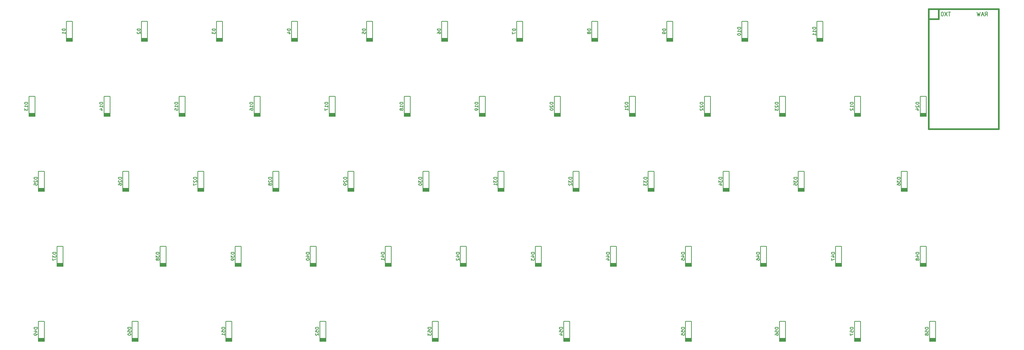
<source format=gbr>
G04 #@! TF.GenerationSoftware,KiCad,Pcbnew,(5.1.5-0-10_14)*
G04 #@! TF.CreationDate,2020-08-31T10:03:10-05:00*
G04 #@! TF.ProjectId,SithZhuyin40,53697468-5a68-4757-9969-6e34302e6b69,rev?*
G04 #@! TF.SameCoordinates,Original*
G04 #@! TF.FileFunction,Legend,Bot*
G04 #@! TF.FilePolarity,Positive*
%FSLAX46Y46*%
G04 Gerber Fmt 4.6, Leading zero omitted, Abs format (unit mm)*
G04 Created by KiCad (PCBNEW (5.1.5-0-10_14)) date 2020-08-31 10:03:10*
%MOMM*%
%LPD*%
G04 APERTURE LIST*
%ADD10C,0.381000*%
%ADD11C,0.150000*%
G04 APERTURE END LIST*
D10*
X264318750Y-54768750D02*
X261778750Y-54768750D01*
X264318750Y-52228750D02*
X264318750Y-54768750D01*
X279558750Y-82708750D02*
X279558750Y-52228750D01*
X261778750Y-82708750D02*
X279558750Y-82708750D01*
X261778750Y-52228750D02*
X261778750Y-82708750D01*
X279558750Y-52228750D02*
X261778750Y-52228750D01*
D11*
X261969250Y-131603750D02*
X261969250Y-136683750D01*
X261969250Y-136683750D02*
X263493250Y-136683750D01*
X263493250Y-136683750D02*
X263493250Y-131603750D01*
X263493250Y-131603750D02*
X261969250Y-131603750D01*
X261969250Y-136302750D02*
X263493250Y-136302750D01*
X263493250Y-136429750D02*
X261969250Y-136429750D01*
X261969250Y-136556750D02*
X263493250Y-136556750D01*
X263493250Y-136175750D02*
X261969250Y-136175750D01*
X261969250Y-136048750D02*
X263493250Y-136048750D01*
X261969250Y-135921750D02*
X263493250Y-135921750D01*
X242919250Y-131603750D02*
X242919250Y-136683750D01*
X242919250Y-136683750D02*
X244443250Y-136683750D01*
X244443250Y-136683750D02*
X244443250Y-131603750D01*
X244443250Y-131603750D02*
X242919250Y-131603750D01*
X242919250Y-136302750D02*
X244443250Y-136302750D01*
X244443250Y-136429750D02*
X242919250Y-136429750D01*
X242919250Y-136556750D02*
X244443250Y-136556750D01*
X244443250Y-136175750D02*
X242919250Y-136175750D01*
X242919250Y-136048750D02*
X244443250Y-136048750D01*
X242919250Y-135921750D02*
X244443250Y-135921750D01*
X223869250Y-131603750D02*
X223869250Y-136683750D01*
X223869250Y-136683750D02*
X225393250Y-136683750D01*
X225393250Y-136683750D02*
X225393250Y-131603750D01*
X225393250Y-131603750D02*
X223869250Y-131603750D01*
X223869250Y-136302750D02*
X225393250Y-136302750D01*
X225393250Y-136429750D02*
X223869250Y-136429750D01*
X223869250Y-136556750D02*
X225393250Y-136556750D01*
X225393250Y-136175750D02*
X223869250Y-136175750D01*
X223869250Y-136048750D02*
X225393250Y-136048750D01*
X223869250Y-135921750D02*
X225393250Y-135921750D01*
X200056750Y-131603750D02*
X200056750Y-136683750D01*
X200056750Y-136683750D02*
X201580750Y-136683750D01*
X201580750Y-136683750D02*
X201580750Y-131603750D01*
X201580750Y-131603750D02*
X200056750Y-131603750D01*
X200056750Y-136302750D02*
X201580750Y-136302750D01*
X201580750Y-136429750D02*
X200056750Y-136429750D01*
X200056750Y-136556750D02*
X201580750Y-136556750D01*
X201580750Y-136175750D02*
X200056750Y-136175750D01*
X200056750Y-136048750D02*
X201580750Y-136048750D01*
X200056750Y-135921750D02*
X201580750Y-135921750D01*
X169100500Y-131603750D02*
X169100500Y-136683750D01*
X169100500Y-136683750D02*
X170624500Y-136683750D01*
X170624500Y-136683750D02*
X170624500Y-131603750D01*
X170624500Y-131603750D02*
X169100500Y-131603750D01*
X169100500Y-136302750D02*
X170624500Y-136302750D01*
X170624500Y-136429750D02*
X169100500Y-136429750D01*
X169100500Y-136556750D02*
X170624500Y-136556750D01*
X170624500Y-136175750D02*
X169100500Y-136175750D01*
X169100500Y-136048750D02*
X170624500Y-136048750D01*
X169100500Y-135921750D02*
X170624500Y-135921750D01*
X135763000Y-131603750D02*
X135763000Y-136683750D01*
X135763000Y-136683750D02*
X137287000Y-136683750D01*
X137287000Y-136683750D02*
X137287000Y-131603750D01*
X137287000Y-131603750D02*
X135763000Y-131603750D01*
X135763000Y-136302750D02*
X137287000Y-136302750D01*
X137287000Y-136429750D02*
X135763000Y-136429750D01*
X135763000Y-136556750D02*
X137287000Y-136556750D01*
X137287000Y-136175750D02*
X135763000Y-136175750D01*
X135763000Y-136048750D02*
X137287000Y-136048750D01*
X135763000Y-135921750D02*
X137287000Y-135921750D01*
X107188000Y-131603750D02*
X107188000Y-136683750D01*
X107188000Y-136683750D02*
X108712000Y-136683750D01*
X108712000Y-136683750D02*
X108712000Y-131603750D01*
X108712000Y-131603750D02*
X107188000Y-131603750D01*
X107188000Y-136302750D02*
X108712000Y-136302750D01*
X108712000Y-136429750D02*
X107188000Y-136429750D01*
X107188000Y-136556750D02*
X108712000Y-136556750D01*
X108712000Y-136175750D02*
X107188000Y-136175750D01*
X107188000Y-136048750D02*
X108712000Y-136048750D01*
X107188000Y-135921750D02*
X108712000Y-135921750D01*
X83375500Y-131603750D02*
X83375500Y-136683750D01*
X83375500Y-136683750D02*
X84899500Y-136683750D01*
X84899500Y-136683750D02*
X84899500Y-131603750D01*
X84899500Y-131603750D02*
X83375500Y-131603750D01*
X83375500Y-136302750D02*
X84899500Y-136302750D01*
X84899500Y-136429750D02*
X83375500Y-136429750D01*
X83375500Y-136556750D02*
X84899500Y-136556750D01*
X84899500Y-136175750D02*
X83375500Y-136175750D01*
X83375500Y-136048750D02*
X84899500Y-136048750D01*
X83375500Y-135921750D02*
X84899500Y-135921750D01*
X59563000Y-131603750D02*
X59563000Y-136683750D01*
X59563000Y-136683750D02*
X61087000Y-136683750D01*
X61087000Y-136683750D02*
X61087000Y-131603750D01*
X61087000Y-131603750D02*
X59563000Y-131603750D01*
X59563000Y-136302750D02*
X61087000Y-136302750D01*
X61087000Y-136429750D02*
X59563000Y-136429750D01*
X59563000Y-136556750D02*
X61087000Y-136556750D01*
X61087000Y-136175750D02*
X59563000Y-136175750D01*
X59563000Y-136048750D02*
X61087000Y-136048750D01*
X59563000Y-135921750D02*
X61087000Y-135921750D01*
X35750500Y-131603750D02*
X35750500Y-136683750D01*
X35750500Y-136683750D02*
X37274500Y-136683750D01*
X37274500Y-136683750D02*
X37274500Y-131603750D01*
X37274500Y-131603750D02*
X35750500Y-131603750D01*
X35750500Y-136302750D02*
X37274500Y-136302750D01*
X37274500Y-136429750D02*
X35750500Y-136429750D01*
X35750500Y-136556750D02*
X37274500Y-136556750D01*
X37274500Y-136175750D02*
X35750500Y-136175750D01*
X35750500Y-136048750D02*
X37274500Y-136048750D01*
X35750500Y-135921750D02*
X37274500Y-135921750D01*
X259588000Y-112553750D02*
X259588000Y-117633750D01*
X259588000Y-117633750D02*
X261112000Y-117633750D01*
X261112000Y-117633750D02*
X261112000Y-112553750D01*
X261112000Y-112553750D02*
X259588000Y-112553750D01*
X259588000Y-117252750D02*
X261112000Y-117252750D01*
X261112000Y-117379750D02*
X259588000Y-117379750D01*
X259588000Y-117506750D02*
X261112000Y-117506750D01*
X261112000Y-117125750D02*
X259588000Y-117125750D01*
X259588000Y-116998750D02*
X261112000Y-116998750D01*
X259588000Y-116871750D02*
X261112000Y-116871750D01*
X238156750Y-112553750D02*
X238156750Y-117633750D01*
X238156750Y-117633750D02*
X239680750Y-117633750D01*
X239680750Y-117633750D02*
X239680750Y-112553750D01*
X239680750Y-112553750D02*
X238156750Y-112553750D01*
X238156750Y-117252750D02*
X239680750Y-117252750D01*
X239680750Y-117379750D02*
X238156750Y-117379750D01*
X238156750Y-117506750D02*
X239680750Y-117506750D01*
X239680750Y-117125750D02*
X238156750Y-117125750D01*
X238156750Y-116998750D02*
X239680750Y-116998750D01*
X238156750Y-116871750D02*
X239680750Y-116871750D01*
X219106750Y-112553750D02*
X219106750Y-117633750D01*
X219106750Y-117633750D02*
X220630750Y-117633750D01*
X220630750Y-117633750D02*
X220630750Y-112553750D01*
X220630750Y-112553750D02*
X219106750Y-112553750D01*
X219106750Y-117252750D02*
X220630750Y-117252750D01*
X220630750Y-117379750D02*
X219106750Y-117379750D01*
X219106750Y-117506750D02*
X220630750Y-117506750D01*
X220630750Y-117125750D02*
X219106750Y-117125750D01*
X219106750Y-116998750D02*
X220630750Y-116998750D01*
X219106750Y-116871750D02*
X220630750Y-116871750D01*
X200056750Y-112553750D02*
X200056750Y-117633750D01*
X200056750Y-117633750D02*
X201580750Y-117633750D01*
X201580750Y-117633750D02*
X201580750Y-112553750D01*
X201580750Y-112553750D02*
X200056750Y-112553750D01*
X200056750Y-117252750D02*
X201580750Y-117252750D01*
X201580750Y-117379750D02*
X200056750Y-117379750D01*
X200056750Y-117506750D02*
X201580750Y-117506750D01*
X201580750Y-117125750D02*
X200056750Y-117125750D01*
X200056750Y-116998750D02*
X201580750Y-116998750D01*
X200056750Y-116871750D02*
X201580750Y-116871750D01*
X181006750Y-112553750D02*
X181006750Y-117633750D01*
X181006750Y-117633750D02*
X182530750Y-117633750D01*
X182530750Y-117633750D02*
X182530750Y-112553750D01*
X182530750Y-112553750D02*
X181006750Y-112553750D01*
X181006750Y-117252750D02*
X182530750Y-117252750D01*
X182530750Y-117379750D02*
X181006750Y-117379750D01*
X181006750Y-117506750D02*
X182530750Y-117506750D01*
X182530750Y-117125750D02*
X181006750Y-117125750D01*
X181006750Y-116998750D02*
X182530750Y-116998750D01*
X181006750Y-116871750D02*
X182530750Y-116871750D01*
X161956750Y-112553750D02*
X161956750Y-117633750D01*
X161956750Y-117633750D02*
X163480750Y-117633750D01*
X163480750Y-117633750D02*
X163480750Y-112553750D01*
X163480750Y-112553750D02*
X161956750Y-112553750D01*
X161956750Y-117252750D02*
X163480750Y-117252750D01*
X163480750Y-117379750D02*
X161956750Y-117379750D01*
X161956750Y-117506750D02*
X163480750Y-117506750D01*
X163480750Y-117125750D02*
X161956750Y-117125750D01*
X161956750Y-116998750D02*
X163480750Y-116998750D01*
X161956750Y-116871750D02*
X163480750Y-116871750D01*
X142906750Y-112553750D02*
X142906750Y-117633750D01*
X142906750Y-117633750D02*
X144430750Y-117633750D01*
X144430750Y-117633750D02*
X144430750Y-112553750D01*
X144430750Y-112553750D02*
X142906750Y-112553750D01*
X142906750Y-117252750D02*
X144430750Y-117252750D01*
X144430750Y-117379750D02*
X142906750Y-117379750D01*
X142906750Y-117506750D02*
X144430750Y-117506750D01*
X144430750Y-117125750D02*
X142906750Y-117125750D01*
X142906750Y-116998750D02*
X144430750Y-116998750D01*
X142906750Y-116871750D02*
X144430750Y-116871750D01*
X123856750Y-112553750D02*
X123856750Y-117633750D01*
X123856750Y-117633750D02*
X125380750Y-117633750D01*
X125380750Y-117633750D02*
X125380750Y-112553750D01*
X125380750Y-112553750D02*
X123856750Y-112553750D01*
X123856750Y-117252750D02*
X125380750Y-117252750D01*
X125380750Y-117379750D02*
X123856750Y-117379750D01*
X123856750Y-117506750D02*
X125380750Y-117506750D01*
X125380750Y-117125750D02*
X123856750Y-117125750D01*
X123856750Y-116998750D02*
X125380750Y-116998750D01*
X123856750Y-116871750D02*
X125380750Y-116871750D01*
X104806750Y-112553750D02*
X104806750Y-117633750D01*
X104806750Y-117633750D02*
X106330750Y-117633750D01*
X106330750Y-117633750D02*
X106330750Y-112553750D01*
X106330750Y-112553750D02*
X104806750Y-112553750D01*
X104806750Y-117252750D02*
X106330750Y-117252750D01*
X106330750Y-117379750D02*
X104806750Y-117379750D01*
X104806750Y-117506750D02*
X106330750Y-117506750D01*
X106330750Y-117125750D02*
X104806750Y-117125750D01*
X104806750Y-116998750D02*
X106330750Y-116998750D01*
X104806750Y-116871750D02*
X106330750Y-116871750D01*
X85756750Y-112553750D02*
X85756750Y-117633750D01*
X85756750Y-117633750D02*
X87280750Y-117633750D01*
X87280750Y-117633750D02*
X87280750Y-112553750D01*
X87280750Y-112553750D02*
X85756750Y-112553750D01*
X85756750Y-117252750D02*
X87280750Y-117252750D01*
X87280750Y-117379750D02*
X85756750Y-117379750D01*
X85756750Y-117506750D02*
X87280750Y-117506750D01*
X87280750Y-117125750D02*
X85756750Y-117125750D01*
X85756750Y-116998750D02*
X87280750Y-116998750D01*
X85756750Y-116871750D02*
X87280750Y-116871750D01*
X66706750Y-112553750D02*
X66706750Y-117633750D01*
X66706750Y-117633750D02*
X68230750Y-117633750D01*
X68230750Y-117633750D02*
X68230750Y-112553750D01*
X68230750Y-112553750D02*
X66706750Y-112553750D01*
X66706750Y-117252750D02*
X68230750Y-117252750D01*
X68230750Y-117379750D02*
X66706750Y-117379750D01*
X66706750Y-117506750D02*
X68230750Y-117506750D01*
X68230750Y-117125750D02*
X66706750Y-117125750D01*
X66706750Y-116998750D02*
X68230750Y-116998750D01*
X66706750Y-116871750D02*
X68230750Y-116871750D01*
X40513000Y-112553750D02*
X40513000Y-117633750D01*
X40513000Y-117633750D02*
X42037000Y-117633750D01*
X42037000Y-117633750D02*
X42037000Y-112553750D01*
X42037000Y-112553750D02*
X40513000Y-112553750D01*
X40513000Y-117252750D02*
X42037000Y-117252750D01*
X42037000Y-117379750D02*
X40513000Y-117379750D01*
X40513000Y-117506750D02*
X42037000Y-117506750D01*
X42037000Y-117125750D02*
X40513000Y-117125750D01*
X40513000Y-116998750D02*
X42037000Y-116998750D01*
X40513000Y-116871750D02*
X42037000Y-116871750D01*
X254825500Y-93503750D02*
X254825500Y-98583750D01*
X254825500Y-98583750D02*
X256349500Y-98583750D01*
X256349500Y-98583750D02*
X256349500Y-93503750D01*
X256349500Y-93503750D02*
X254825500Y-93503750D01*
X254825500Y-98202750D02*
X256349500Y-98202750D01*
X256349500Y-98329750D02*
X254825500Y-98329750D01*
X254825500Y-98456750D02*
X256349500Y-98456750D01*
X256349500Y-98075750D02*
X254825500Y-98075750D01*
X254825500Y-97948750D02*
X256349500Y-97948750D01*
X254825500Y-97821750D02*
X256349500Y-97821750D01*
X228631750Y-93503750D02*
X228631750Y-98583750D01*
X228631750Y-98583750D02*
X230155750Y-98583750D01*
X230155750Y-98583750D02*
X230155750Y-93503750D01*
X230155750Y-93503750D02*
X228631750Y-93503750D01*
X228631750Y-98202750D02*
X230155750Y-98202750D01*
X230155750Y-98329750D02*
X228631750Y-98329750D01*
X228631750Y-98456750D02*
X230155750Y-98456750D01*
X230155750Y-98075750D02*
X228631750Y-98075750D01*
X228631750Y-97948750D02*
X230155750Y-97948750D01*
X228631750Y-97821750D02*
X230155750Y-97821750D01*
X209581750Y-93503750D02*
X209581750Y-98583750D01*
X209581750Y-98583750D02*
X211105750Y-98583750D01*
X211105750Y-98583750D02*
X211105750Y-93503750D01*
X211105750Y-93503750D02*
X209581750Y-93503750D01*
X209581750Y-98202750D02*
X211105750Y-98202750D01*
X211105750Y-98329750D02*
X209581750Y-98329750D01*
X209581750Y-98456750D02*
X211105750Y-98456750D01*
X211105750Y-98075750D02*
X209581750Y-98075750D01*
X209581750Y-97948750D02*
X211105750Y-97948750D01*
X209581750Y-97821750D02*
X211105750Y-97821750D01*
X190531750Y-93503750D02*
X190531750Y-98583750D01*
X190531750Y-98583750D02*
X192055750Y-98583750D01*
X192055750Y-98583750D02*
X192055750Y-93503750D01*
X192055750Y-93503750D02*
X190531750Y-93503750D01*
X190531750Y-98202750D02*
X192055750Y-98202750D01*
X192055750Y-98329750D02*
X190531750Y-98329750D01*
X190531750Y-98456750D02*
X192055750Y-98456750D01*
X192055750Y-98075750D02*
X190531750Y-98075750D01*
X190531750Y-97948750D02*
X192055750Y-97948750D01*
X190531750Y-97821750D02*
X192055750Y-97821750D01*
X171481750Y-93503750D02*
X171481750Y-98583750D01*
X171481750Y-98583750D02*
X173005750Y-98583750D01*
X173005750Y-98583750D02*
X173005750Y-93503750D01*
X173005750Y-93503750D02*
X171481750Y-93503750D01*
X171481750Y-98202750D02*
X173005750Y-98202750D01*
X173005750Y-98329750D02*
X171481750Y-98329750D01*
X171481750Y-98456750D02*
X173005750Y-98456750D01*
X173005750Y-98075750D02*
X171481750Y-98075750D01*
X171481750Y-97948750D02*
X173005750Y-97948750D01*
X171481750Y-97821750D02*
X173005750Y-97821750D01*
X152431750Y-93503750D02*
X152431750Y-98583750D01*
X152431750Y-98583750D02*
X153955750Y-98583750D01*
X153955750Y-98583750D02*
X153955750Y-93503750D01*
X153955750Y-93503750D02*
X152431750Y-93503750D01*
X152431750Y-98202750D02*
X153955750Y-98202750D01*
X153955750Y-98329750D02*
X152431750Y-98329750D01*
X152431750Y-98456750D02*
X153955750Y-98456750D01*
X153955750Y-98075750D02*
X152431750Y-98075750D01*
X152431750Y-97948750D02*
X153955750Y-97948750D01*
X152431750Y-97821750D02*
X153955750Y-97821750D01*
X133381750Y-93503750D02*
X133381750Y-98583750D01*
X133381750Y-98583750D02*
X134905750Y-98583750D01*
X134905750Y-98583750D02*
X134905750Y-93503750D01*
X134905750Y-93503750D02*
X133381750Y-93503750D01*
X133381750Y-98202750D02*
X134905750Y-98202750D01*
X134905750Y-98329750D02*
X133381750Y-98329750D01*
X133381750Y-98456750D02*
X134905750Y-98456750D01*
X134905750Y-98075750D02*
X133381750Y-98075750D01*
X133381750Y-97948750D02*
X134905750Y-97948750D01*
X133381750Y-97821750D02*
X134905750Y-97821750D01*
X114331750Y-93503750D02*
X114331750Y-98583750D01*
X114331750Y-98583750D02*
X115855750Y-98583750D01*
X115855750Y-98583750D02*
X115855750Y-93503750D01*
X115855750Y-93503750D02*
X114331750Y-93503750D01*
X114331750Y-98202750D02*
X115855750Y-98202750D01*
X115855750Y-98329750D02*
X114331750Y-98329750D01*
X114331750Y-98456750D02*
X115855750Y-98456750D01*
X115855750Y-98075750D02*
X114331750Y-98075750D01*
X114331750Y-97948750D02*
X115855750Y-97948750D01*
X114331750Y-97821750D02*
X115855750Y-97821750D01*
X95281750Y-93503750D02*
X95281750Y-98583750D01*
X95281750Y-98583750D02*
X96805750Y-98583750D01*
X96805750Y-98583750D02*
X96805750Y-93503750D01*
X96805750Y-93503750D02*
X95281750Y-93503750D01*
X95281750Y-98202750D02*
X96805750Y-98202750D01*
X96805750Y-98329750D02*
X95281750Y-98329750D01*
X95281750Y-98456750D02*
X96805750Y-98456750D01*
X96805750Y-98075750D02*
X95281750Y-98075750D01*
X95281750Y-97948750D02*
X96805750Y-97948750D01*
X95281750Y-97821750D02*
X96805750Y-97821750D01*
X76231750Y-93503750D02*
X76231750Y-98583750D01*
X76231750Y-98583750D02*
X77755750Y-98583750D01*
X77755750Y-98583750D02*
X77755750Y-93503750D01*
X77755750Y-93503750D02*
X76231750Y-93503750D01*
X76231750Y-98202750D02*
X77755750Y-98202750D01*
X77755750Y-98329750D02*
X76231750Y-98329750D01*
X76231750Y-98456750D02*
X77755750Y-98456750D01*
X77755750Y-98075750D02*
X76231750Y-98075750D01*
X76231750Y-97948750D02*
X77755750Y-97948750D01*
X76231750Y-97821750D02*
X77755750Y-97821750D01*
X57181750Y-93503750D02*
X57181750Y-98583750D01*
X57181750Y-98583750D02*
X58705750Y-98583750D01*
X58705750Y-98583750D02*
X58705750Y-93503750D01*
X58705750Y-93503750D02*
X57181750Y-93503750D01*
X57181750Y-98202750D02*
X58705750Y-98202750D01*
X58705750Y-98329750D02*
X57181750Y-98329750D01*
X57181750Y-98456750D02*
X58705750Y-98456750D01*
X58705750Y-98075750D02*
X57181750Y-98075750D01*
X57181750Y-97948750D02*
X58705750Y-97948750D01*
X57181750Y-97821750D02*
X58705750Y-97821750D01*
X35750500Y-93503750D02*
X35750500Y-98583750D01*
X35750500Y-98583750D02*
X37274500Y-98583750D01*
X37274500Y-98583750D02*
X37274500Y-93503750D01*
X37274500Y-93503750D02*
X35750500Y-93503750D01*
X35750500Y-98202750D02*
X37274500Y-98202750D01*
X37274500Y-98329750D02*
X35750500Y-98329750D01*
X35750500Y-98456750D02*
X37274500Y-98456750D01*
X37274500Y-98075750D02*
X35750500Y-98075750D01*
X35750500Y-97948750D02*
X37274500Y-97948750D01*
X35750500Y-97821750D02*
X37274500Y-97821750D01*
X259588000Y-74453750D02*
X259588000Y-79533750D01*
X259588000Y-79533750D02*
X261112000Y-79533750D01*
X261112000Y-79533750D02*
X261112000Y-74453750D01*
X261112000Y-74453750D02*
X259588000Y-74453750D01*
X259588000Y-79152750D02*
X261112000Y-79152750D01*
X261112000Y-79279750D02*
X259588000Y-79279750D01*
X259588000Y-79406750D02*
X261112000Y-79406750D01*
X261112000Y-79025750D02*
X259588000Y-79025750D01*
X259588000Y-78898750D02*
X261112000Y-78898750D01*
X259588000Y-78771750D02*
X261112000Y-78771750D01*
X223869250Y-74453750D02*
X223869250Y-79533750D01*
X223869250Y-79533750D02*
X225393250Y-79533750D01*
X225393250Y-79533750D02*
X225393250Y-74453750D01*
X225393250Y-74453750D02*
X223869250Y-74453750D01*
X223869250Y-79152750D02*
X225393250Y-79152750D01*
X225393250Y-79279750D02*
X223869250Y-79279750D01*
X223869250Y-79406750D02*
X225393250Y-79406750D01*
X225393250Y-79025750D02*
X223869250Y-79025750D01*
X223869250Y-78898750D02*
X225393250Y-78898750D01*
X223869250Y-78771750D02*
X225393250Y-78771750D01*
X204819250Y-74453750D02*
X204819250Y-79533750D01*
X204819250Y-79533750D02*
X206343250Y-79533750D01*
X206343250Y-79533750D02*
X206343250Y-74453750D01*
X206343250Y-74453750D02*
X204819250Y-74453750D01*
X204819250Y-79152750D02*
X206343250Y-79152750D01*
X206343250Y-79279750D02*
X204819250Y-79279750D01*
X204819250Y-79406750D02*
X206343250Y-79406750D01*
X206343250Y-79025750D02*
X204819250Y-79025750D01*
X204819250Y-78898750D02*
X206343250Y-78898750D01*
X204819250Y-78771750D02*
X206343250Y-78771750D01*
X185769250Y-74453750D02*
X185769250Y-79533750D01*
X185769250Y-79533750D02*
X187293250Y-79533750D01*
X187293250Y-79533750D02*
X187293250Y-74453750D01*
X187293250Y-74453750D02*
X185769250Y-74453750D01*
X185769250Y-79152750D02*
X187293250Y-79152750D01*
X187293250Y-79279750D02*
X185769250Y-79279750D01*
X185769250Y-79406750D02*
X187293250Y-79406750D01*
X187293250Y-79025750D02*
X185769250Y-79025750D01*
X185769250Y-78898750D02*
X187293250Y-78898750D01*
X185769250Y-78771750D02*
X187293250Y-78771750D01*
X166719250Y-74453750D02*
X166719250Y-79533750D01*
X166719250Y-79533750D02*
X168243250Y-79533750D01*
X168243250Y-79533750D02*
X168243250Y-74453750D01*
X168243250Y-74453750D02*
X166719250Y-74453750D01*
X166719250Y-79152750D02*
X168243250Y-79152750D01*
X168243250Y-79279750D02*
X166719250Y-79279750D01*
X166719250Y-79406750D02*
X168243250Y-79406750D01*
X168243250Y-79025750D02*
X166719250Y-79025750D01*
X166719250Y-78898750D02*
X168243250Y-78898750D01*
X166719250Y-78771750D02*
X168243250Y-78771750D01*
X147669250Y-74453750D02*
X147669250Y-79533750D01*
X147669250Y-79533750D02*
X149193250Y-79533750D01*
X149193250Y-79533750D02*
X149193250Y-74453750D01*
X149193250Y-74453750D02*
X147669250Y-74453750D01*
X147669250Y-79152750D02*
X149193250Y-79152750D01*
X149193250Y-79279750D02*
X147669250Y-79279750D01*
X147669250Y-79406750D02*
X149193250Y-79406750D01*
X149193250Y-79025750D02*
X147669250Y-79025750D01*
X147669250Y-78898750D02*
X149193250Y-78898750D01*
X147669250Y-78771750D02*
X149193250Y-78771750D01*
X128619250Y-74453750D02*
X128619250Y-79533750D01*
X128619250Y-79533750D02*
X130143250Y-79533750D01*
X130143250Y-79533750D02*
X130143250Y-74453750D01*
X130143250Y-74453750D02*
X128619250Y-74453750D01*
X128619250Y-79152750D02*
X130143250Y-79152750D01*
X130143250Y-79279750D02*
X128619250Y-79279750D01*
X128619250Y-79406750D02*
X130143250Y-79406750D01*
X130143250Y-79025750D02*
X128619250Y-79025750D01*
X128619250Y-78898750D02*
X130143250Y-78898750D01*
X128619250Y-78771750D02*
X130143250Y-78771750D01*
X109569250Y-74453750D02*
X109569250Y-79533750D01*
X109569250Y-79533750D02*
X111093250Y-79533750D01*
X111093250Y-79533750D02*
X111093250Y-74453750D01*
X111093250Y-74453750D02*
X109569250Y-74453750D01*
X109569250Y-79152750D02*
X111093250Y-79152750D01*
X111093250Y-79279750D02*
X109569250Y-79279750D01*
X109569250Y-79406750D02*
X111093250Y-79406750D01*
X111093250Y-79025750D02*
X109569250Y-79025750D01*
X109569250Y-78898750D02*
X111093250Y-78898750D01*
X109569250Y-78771750D02*
X111093250Y-78771750D01*
X90519250Y-74453750D02*
X90519250Y-79533750D01*
X90519250Y-79533750D02*
X92043250Y-79533750D01*
X92043250Y-79533750D02*
X92043250Y-74453750D01*
X92043250Y-74453750D02*
X90519250Y-74453750D01*
X90519250Y-79152750D02*
X92043250Y-79152750D01*
X92043250Y-79279750D02*
X90519250Y-79279750D01*
X90519250Y-79406750D02*
X92043250Y-79406750D01*
X92043250Y-79025750D02*
X90519250Y-79025750D01*
X90519250Y-78898750D02*
X92043250Y-78898750D01*
X90519250Y-78771750D02*
X92043250Y-78771750D01*
X71469250Y-74453750D02*
X71469250Y-79533750D01*
X71469250Y-79533750D02*
X72993250Y-79533750D01*
X72993250Y-79533750D02*
X72993250Y-74453750D01*
X72993250Y-74453750D02*
X71469250Y-74453750D01*
X71469250Y-79152750D02*
X72993250Y-79152750D01*
X72993250Y-79279750D02*
X71469250Y-79279750D01*
X71469250Y-79406750D02*
X72993250Y-79406750D01*
X72993250Y-79025750D02*
X71469250Y-79025750D01*
X71469250Y-78898750D02*
X72993250Y-78898750D01*
X71469250Y-78771750D02*
X72993250Y-78771750D01*
X52419250Y-74453750D02*
X52419250Y-79533750D01*
X52419250Y-79533750D02*
X53943250Y-79533750D01*
X53943250Y-79533750D02*
X53943250Y-74453750D01*
X53943250Y-74453750D02*
X52419250Y-74453750D01*
X52419250Y-79152750D02*
X53943250Y-79152750D01*
X53943250Y-79279750D02*
X52419250Y-79279750D01*
X52419250Y-79406750D02*
X53943250Y-79406750D01*
X53943250Y-79025750D02*
X52419250Y-79025750D01*
X52419250Y-78898750D02*
X53943250Y-78898750D01*
X52419250Y-78771750D02*
X53943250Y-78771750D01*
X33369250Y-74453750D02*
X33369250Y-79533750D01*
X33369250Y-79533750D02*
X34893250Y-79533750D01*
X34893250Y-79533750D02*
X34893250Y-74453750D01*
X34893250Y-74453750D02*
X33369250Y-74453750D01*
X33369250Y-79152750D02*
X34893250Y-79152750D01*
X34893250Y-79279750D02*
X33369250Y-79279750D01*
X33369250Y-79406750D02*
X34893250Y-79406750D01*
X34893250Y-79025750D02*
X33369250Y-79025750D01*
X33369250Y-78898750D02*
X34893250Y-78898750D01*
X33369250Y-78771750D02*
X34893250Y-78771750D01*
X242919250Y-74453750D02*
X242919250Y-79533750D01*
X242919250Y-79533750D02*
X244443250Y-79533750D01*
X244443250Y-79533750D02*
X244443250Y-74453750D01*
X244443250Y-74453750D02*
X242919250Y-74453750D01*
X242919250Y-79152750D02*
X244443250Y-79152750D01*
X244443250Y-79279750D02*
X242919250Y-79279750D01*
X242919250Y-79406750D02*
X244443250Y-79406750D01*
X244443250Y-79025750D02*
X242919250Y-79025750D01*
X242919250Y-78898750D02*
X244443250Y-78898750D01*
X242919250Y-78771750D02*
X244443250Y-78771750D01*
X233394250Y-55403750D02*
X233394250Y-60483750D01*
X233394250Y-60483750D02*
X234918250Y-60483750D01*
X234918250Y-60483750D02*
X234918250Y-55403750D01*
X234918250Y-55403750D02*
X233394250Y-55403750D01*
X233394250Y-60102750D02*
X234918250Y-60102750D01*
X234918250Y-60229750D02*
X233394250Y-60229750D01*
X233394250Y-60356750D02*
X234918250Y-60356750D01*
X234918250Y-59975750D02*
X233394250Y-59975750D01*
X233394250Y-59848750D02*
X234918250Y-59848750D01*
X233394250Y-59721750D02*
X234918250Y-59721750D01*
X214344250Y-55403750D02*
X214344250Y-60483750D01*
X214344250Y-60483750D02*
X215868250Y-60483750D01*
X215868250Y-60483750D02*
X215868250Y-55403750D01*
X215868250Y-55403750D02*
X214344250Y-55403750D01*
X214344250Y-60102750D02*
X215868250Y-60102750D01*
X215868250Y-60229750D02*
X214344250Y-60229750D01*
X214344250Y-60356750D02*
X215868250Y-60356750D01*
X215868250Y-59975750D02*
X214344250Y-59975750D01*
X214344250Y-59848750D02*
X215868250Y-59848750D01*
X214344250Y-59721750D02*
X215868250Y-59721750D01*
X195294250Y-55403750D02*
X195294250Y-60483750D01*
X195294250Y-60483750D02*
X196818250Y-60483750D01*
X196818250Y-60483750D02*
X196818250Y-55403750D01*
X196818250Y-55403750D02*
X195294250Y-55403750D01*
X195294250Y-60102750D02*
X196818250Y-60102750D01*
X196818250Y-60229750D02*
X195294250Y-60229750D01*
X195294250Y-60356750D02*
X196818250Y-60356750D01*
X196818250Y-59975750D02*
X195294250Y-59975750D01*
X195294250Y-59848750D02*
X196818250Y-59848750D01*
X195294250Y-59721750D02*
X196818250Y-59721750D01*
X176244250Y-55403750D02*
X176244250Y-60483750D01*
X176244250Y-60483750D02*
X177768250Y-60483750D01*
X177768250Y-60483750D02*
X177768250Y-55403750D01*
X177768250Y-55403750D02*
X176244250Y-55403750D01*
X176244250Y-60102750D02*
X177768250Y-60102750D01*
X177768250Y-60229750D02*
X176244250Y-60229750D01*
X176244250Y-60356750D02*
X177768250Y-60356750D01*
X177768250Y-59975750D02*
X176244250Y-59975750D01*
X176244250Y-59848750D02*
X177768250Y-59848750D01*
X176244250Y-59721750D02*
X177768250Y-59721750D01*
X157194250Y-55403750D02*
X157194250Y-60483750D01*
X157194250Y-60483750D02*
X158718250Y-60483750D01*
X158718250Y-60483750D02*
X158718250Y-55403750D01*
X158718250Y-55403750D02*
X157194250Y-55403750D01*
X157194250Y-60102750D02*
X158718250Y-60102750D01*
X158718250Y-60229750D02*
X157194250Y-60229750D01*
X157194250Y-60356750D02*
X158718250Y-60356750D01*
X158718250Y-59975750D02*
X157194250Y-59975750D01*
X157194250Y-59848750D02*
X158718250Y-59848750D01*
X157194250Y-59721750D02*
X158718250Y-59721750D01*
X138144250Y-55403750D02*
X138144250Y-60483750D01*
X138144250Y-60483750D02*
X139668250Y-60483750D01*
X139668250Y-60483750D02*
X139668250Y-55403750D01*
X139668250Y-55403750D02*
X138144250Y-55403750D01*
X138144250Y-60102750D02*
X139668250Y-60102750D01*
X139668250Y-60229750D02*
X138144250Y-60229750D01*
X138144250Y-60356750D02*
X139668250Y-60356750D01*
X139668250Y-59975750D02*
X138144250Y-59975750D01*
X138144250Y-59848750D02*
X139668250Y-59848750D01*
X138144250Y-59721750D02*
X139668250Y-59721750D01*
X119094250Y-55403750D02*
X119094250Y-60483750D01*
X119094250Y-60483750D02*
X120618250Y-60483750D01*
X120618250Y-60483750D02*
X120618250Y-55403750D01*
X120618250Y-55403750D02*
X119094250Y-55403750D01*
X119094250Y-60102750D02*
X120618250Y-60102750D01*
X120618250Y-60229750D02*
X119094250Y-60229750D01*
X119094250Y-60356750D02*
X120618250Y-60356750D01*
X120618250Y-59975750D02*
X119094250Y-59975750D01*
X119094250Y-59848750D02*
X120618250Y-59848750D01*
X119094250Y-59721750D02*
X120618250Y-59721750D01*
X100044250Y-55403750D02*
X100044250Y-60483750D01*
X100044250Y-60483750D02*
X101568250Y-60483750D01*
X101568250Y-60483750D02*
X101568250Y-55403750D01*
X101568250Y-55403750D02*
X100044250Y-55403750D01*
X100044250Y-60102750D02*
X101568250Y-60102750D01*
X101568250Y-60229750D02*
X100044250Y-60229750D01*
X100044250Y-60356750D02*
X101568250Y-60356750D01*
X101568250Y-59975750D02*
X100044250Y-59975750D01*
X100044250Y-59848750D02*
X101568250Y-59848750D01*
X100044250Y-59721750D02*
X101568250Y-59721750D01*
X80994250Y-55403750D02*
X80994250Y-60483750D01*
X80994250Y-60483750D02*
X82518250Y-60483750D01*
X82518250Y-60483750D02*
X82518250Y-55403750D01*
X82518250Y-55403750D02*
X80994250Y-55403750D01*
X80994250Y-60102750D02*
X82518250Y-60102750D01*
X82518250Y-60229750D02*
X80994250Y-60229750D01*
X80994250Y-60356750D02*
X82518250Y-60356750D01*
X82518250Y-59975750D02*
X80994250Y-59975750D01*
X80994250Y-59848750D02*
X82518250Y-59848750D01*
X80994250Y-59721750D02*
X82518250Y-59721750D01*
X61944250Y-55403750D02*
X61944250Y-60483750D01*
X61944250Y-60483750D02*
X63468250Y-60483750D01*
X63468250Y-60483750D02*
X63468250Y-55403750D01*
X63468250Y-55403750D02*
X61944250Y-55403750D01*
X61944250Y-60102750D02*
X63468250Y-60102750D01*
X63468250Y-60229750D02*
X61944250Y-60229750D01*
X61944250Y-60356750D02*
X63468250Y-60356750D01*
X63468250Y-59975750D02*
X61944250Y-59975750D01*
X61944250Y-59848750D02*
X63468250Y-59848750D01*
X61944250Y-59721750D02*
X63468250Y-59721750D01*
X42894250Y-55403750D02*
X42894250Y-60483750D01*
X42894250Y-60483750D02*
X44418250Y-60483750D01*
X44418250Y-60483750D02*
X44418250Y-55403750D01*
X44418250Y-55403750D02*
X42894250Y-55403750D01*
X42894250Y-60102750D02*
X44418250Y-60102750D01*
X44418250Y-60229750D02*
X42894250Y-60229750D01*
X42894250Y-60356750D02*
X44418250Y-60356750D01*
X44418250Y-59975750D02*
X42894250Y-59975750D01*
X42894250Y-59848750D02*
X44418250Y-59848750D01*
X42894250Y-59721750D02*
X44418250Y-59721750D01*
X276059226Y-54021130D02*
X276392559Y-53544940D01*
X276630654Y-54021130D02*
X276630654Y-53021130D01*
X276249702Y-53021130D01*
X276154464Y-53068750D01*
X276106845Y-53116369D01*
X276059226Y-53211607D01*
X276059226Y-53354464D01*
X276106845Y-53449702D01*
X276154464Y-53497321D01*
X276249702Y-53544940D01*
X276630654Y-53544940D01*
X275678273Y-53735416D02*
X275202083Y-53735416D01*
X275773511Y-54021130D02*
X275440178Y-53021130D01*
X275106845Y-54021130D01*
X274868750Y-53021130D02*
X274630654Y-54021130D01*
X274440178Y-53306845D01*
X274249702Y-54021130D01*
X274011607Y-53021130D01*
X267306845Y-53021130D02*
X266735416Y-53021130D01*
X267021130Y-54021130D02*
X267021130Y-53021130D01*
X266497321Y-53021130D02*
X265830654Y-54021130D01*
X265830654Y-53021130D02*
X266497321Y-54021130D01*
X265259226Y-53021130D02*
X265163988Y-53021130D01*
X265068750Y-53068750D01*
X265021130Y-53116369D01*
X264973511Y-53211607D01*
X264925892Y-53402083D01*
X264925892Y-53640178D01*
X264973511Y-53830654D01*
X265021130Y-53925892D01*
X265068750Y-53973511D01*
X265163988Y-54021130D01*
X265259226Y-54021130D01*
X265354464Y-53973511D01*
X265402083Y-53925892D01*
X265449702Y-53830654D01*
X265497321Y-53640178D01*
X265497321Y-53402083D01*
X265449702Y-53211607D01*
X265402083Y-53116369D01*
X265354464Y-53068750D01*
X265259226Y-53021130D01*
X261693154Y-133146921D02*
X260893154Y-133146921D01*
X260893154Y-133337397D01*
X260931250Y-133451683D01*
X261007440Y-133527873D01*
X261083630Y-133565969D01*
X261236011Y-133604064D01*
X261350297Y-133604064D01*
X261502678Y-133565969D01*
X261578869Y-133527873D01*
X261655059Y-133451683D01*
X261693154Y-133337397D01*
X261693154Y-133146921D01*
X260893154Y-134327873D02*
X260893154Y-133946921D01*
X261274107Y-133908826D01*
X261236011Y-133946921D01*
X261197916Y-134023111D01*
X261197916Y-134213588D01*
X261236011Y-134289778D01*
X261274107Y-134327873D01*
X261350297Y-134365969D01*
X261540773Y-134365969D01*
X261616964Y-134327873D01*
X261655059Y-134289778D01*
X261693154Y-134213588D01*
X261693154Y-134023111D01*
X261655059Y-133946921D01*
X261616964Y-133908826D01*
X261236011Y-134823111D02*
X261197916Y-134746921D01*
X261159821Y-134708826D01*
X261083630Y-134670730D01*
X261045535Y-134670730D01*
X260969345Y-134708826D01*
X260931250Y-134746921D01*
X260893154Y-134823111D01*
X260893154Y-134975492D01*
X260931250Y-135051683D01*
X260969345Y-135089778D01*
X261045535Y-135127873D01*
X261083630Y-135127873D01*
X261159821Y-135089778D01*
X261197916Y-135051683D01*
X261236011Y-134975492D01*
X261236011Y-134823111D01*
X261274107Y-134746921D01*
X261312202Y-134708826D01*
X261388392Y-134670730D01*
X261540773Y-134670730D01*
X261616964Y-134708826D01*
X261655059Y-134746921D01*
X261693154Y-134823111D01*
X261693154Y-134975492D01*
X261655059Y-135051683D01*
X261616964Y-135089778D01*
X261540773Y-135127873D01*
X261388392Y-135127873D01*
X261312202Y-135089778D01*
X261274107Y-135051683D01*
X261236011Y-134975492D01*
X242643154Y-133146921D02*
X241843154Y-133146921D01*
X241843154Y-133337397D01*
X241881250Y-133451683D01*
X241957440Y-133527873D01*
X242033630Y-133565969D01*
X242186011Y-133604064D01*
X242300297Y-133604064D01*
X242452678Y-133565969D01*
X242528869Y-133527873D01*
X242605059Y-133451683D01*
X242643154Y-133337397D01*
X242643154Y-133146921D01*
X241843154Y-134327873D02*
X241843154Y-133946921D01*
X242224107Y-133908826D01*
X242186011Y-133946921D01*
X242147916Y-134023111D01*
X242147916Y-134213588D01*
X242186011Y-134289778D01*
X242224107Y-134327873D01*
X242300297Y-134365969D01*
X242490773Y-134365969D01*
X242566964Y-134327873D01*
X242605059Y-134289778D01*
X242643154Y-134213588D01*
X242643154Y-134023111D01*
X242605059Y-133946921D01*
X242566964Y-133908826D01*
X241843154Y-134632635D02*
X241843154Y-135165969D01*
X242643154Y-134823111D01*
X223593154Y-133146921D02*
X222793154Y-133146921D01*
X222793154Y-133337397D01*
X222831250Y-133451683D01*
X222907440Y-133527873D01*
X222983630Y-133565969D01*
X223136011Y-133604064D01*
X223250297Y-133604064D01*
X223402678Y-133565969D01*
X223478869Y-133527873D01*
X223555059Y-133451683D01*
X223593154Y-133337397D01*
X223593154Y-133146921D01*
X222793154Y-134327873D02*
X222793154Y-133946921D01*
X223174107Y-133908826D01*
X223136011Y-133946921D01*
X223097916Y-134023111D01*
X223097916Y-134213588D01*
X223136011Y-134289778D01*
X223174107Y-134327873D01*
X223250297Y-134365969D01*
X223440773Y-134365969D01*
X223516964Y-134327873D01*
X223555059Y-134289778D01*
X223593154Y-134213588D01*
X223593154Y-134023111D01*
X223555059Y-133946921D01*
X223516964Y-133908826D01*
X222793154Y-135051683D02*
X222793154Y-134899302D01*
X222831250Y-134823111D01*
X222869345Y-134785016D01*
X222983630Y-134708826D01*
X223136011Y-134670730D01*
X223440773Y-134670730D01*
X223516964Y-134708826D01*
X223555059Y-134746921D01*
X223593154Y-134823111D01*
X223593154Y-134975492D01*
X223555059Y-135051683D01*
X223516964Y-135089778D01*
X223440773Y-135127873D01*
X223250297Y-135127873D01*
X223174107Y-135089778D01*
X223136011Y-135051683D01*
X223097916Y-134975492D01*
X223097916Y-134823111D01*
X223136011Y-134746921D01*
X223174107Y-134708826D01*
X223250297Y-134670730D01*
X199780654Y-133146921D02*
X198980654Y-133146921D01*
X198980654Y-133337397D01*
X199018750Y-133451683D01*
X199094940Y-133527873D01*
X199171130Y-133565969D01*
X199323511Y-133604064D01*
X199437797Y-133604064D01*
X199590178Y-133565969D01*
X199666369Y-133527873D01*
X199742559Y-133451683D01*
X199780654Y-133337397D01*
X199780654Y-133146921D01*
X198980654Y-134327873D02*
X198980654Y-133946921D01*
X199361607Y-133908826D01*
X199323511Y-133946921D01*
X199285416Y-134023111D01*
X199285416Y-134213588D01*
X199323511Y-134289778D01*
X199361607Y-134327873D01*
X199437797Y-134365969D01*
X199628273Y-134365969D01*
X199704464Y-134327873D01*
X199742559Y-134289778D01*
X199780654Y-134213588D01*
X199780654Y-134023111D01*
X199742559Y-133946921D01*
X199704464Y-133908826D01*
X198980654Y-135089778D02*
X198980654Y-134708826D01*
X199361607Y-134670730D01*
X199323511Y-134708826D01*
X199285416Y-134785016D01*
X199285416Y-134975492D01*
X199323511Y-135051683D01*
X199361607Y-135089778D01*
X199437797Y-135127873D01*
X199628273Y-135127873D01*
X199704464Y-135089778D01*
X199742559Y-135051683D01*
X199780654Y-134975492D01*
X199780654Y-134785016D01*
X199742559Y-134708826D01*
X199704464Y-134670730D01*
X168824404Y-133146921D02*
X168024404Y-133146921D01*
X168024404Y-133337397D01*
X168062500Y-133451683D01*
X168138690Y-133527873D01*
X168214880Y-133565969D01*
X168367261Y-133604064D01*
X168481547Y-133604064D01*
X168633928Y-133565969D01*
X168710119Y-133527873D01*
X168786309Y-133451683D01*
X168824404Y-133337397D01*
X168824404Y-133146921D01*
X168024404Y-134327873D02*
X168024404Y-133946921D01*
X168405357Y-133908826D01*
X168367261Y-133946921D01*
X168329166Y-134023111D01*
X168329166Y-134213588D01*
X168367261Y-134289778D01*
X168405357Y-134327873D01*
X168481547Y-134365969D01*
X168672023Y-134365969D01*
X168748214Y-134327873D01*
X168786309Y-134289778D01*
X168824404Y-134213588D01*
X168824404Y-134023111D01*
X168786309Y-133946921D01*
X168748214Y-133908826D01*
X168291071Y-135051683D02*
X168824404Y-135051683D01*
X167986309Y-134861207D02*
X168557738Y-134670730D01*
X168557738Y-135165969D01*
X135486904Y-133146921D02*
X134686904Y-133146921D01*
X134686904Y-133337397D01*
X134725000Y-133451683D01*
X134801190Y-133527873D01*
X134877380Y-133565969D01*
X135029761Y-133604064D01*
X135144047Y-133604064D01*
X135296428Y-133565969D01*
X135372619Y-133527873D01*
X135448809Y-133451683D01*
X135486904Y-133337397D01*
X135486904Y-133146921D01*
X134686904Y-134327873D02*
X134686904Y-133946921D01*
X135067857Y-133908826D01*
X135029761Y-133946921D01*
X134991666Y-134023111D01*
X134991666Y-134213588D01*
X135029761Y-134289778D01*
X135067857Y-134327873D01*
X135144047Y-134365969D01*
X135334523Y-134365969D01*
X135410714Y-134327873D01*
X135448809Y-134289778D01*
X135486904Y-134213588D01*
X135486904Y-134023111D01*
X135448809Y-133946921D01*
X135410714Y-133908826D01*
X134686904Y-134632635D02*
X134686904Y-135127873D01*
X134991666Y-134861207D01*
X134991666Y-134975492D01*
X135029761Y-135051683D01*
X135067857Y-135089778D01*
X135144047Y-135127873D01*
X135334523Y-135127873D01*
X135410714Y-135089778D01*
X135448809Y-135051683D01*
X135486904Y-134975492D01*
X135486904Y-134746921D01*
X135448809Y-134670730D01*
X135410714Y-134632635D01*
X106911904Y-133146921D02*
X106111904Y-133146921D01*
X106111904Y-133337397D01*
X106150000Y-133451683D01*
X106226190Y-133527873D01*
X106302380Y-133565969D01*
X106454761Y-133604064D01*
X106569047Y-133604064D01*
X106721428Y-133565969D01*
X106797619Y-133527873D01*
X106873809Y-133451683D01*
X106911904Y-133337397D01*
X106911904Y-133146921D01*
X106111904Y-134327873D02*
X106111904Y-133946921D01*
X106492857Y-133908826D01*
X106454761Y-133946921D01*
X106416666Y-134023111D01*
X106416666Y-134213588D01*
X106454761Y-134289778D01*
X106492857Y-134327873D01*
X106569047Y-134365969D01*
X106759523Y-134365969D01*
X106835714Y-134327873D01*
X106873809Y-134289778D01*
X106911904Y-134213588D01*
X106911904Y-134023111D01*
X106873809Y-133946921D01*
X106835714Y-133908826D01*
X106188095Y-134670730D02*
X106150000Y-134708826D01*
X106111904Y-134785016D01*
X106111904Y-134975492D01*
X106150000Y-135051683D01*
X106188095Y-135089778D01*
X106264285Y-135127873D01*
X106340476Y-135127873D01*
X106454761Y-135089778D01*
X106911904Y-134632635D01*
X106911904Y-135127873D01*
X83099404Y-133146921D02*
X82299404Y-133146921D01*
X82299404Y-133337397D01*
X82337500Y-133451683D01*
X82413690Y-133527873D01*
X82489880Y-133565969D01*
X82642261Y-133604064D01*
X82756547Y-133604064D01*
X82908928Y-133565969D01*
X82985119Y-133527873D01*
X83061309Y-133451683D01*
X83099404Y-133337397D01*
X83099404Y-133146921D01*
X82299404Y-134327873D02*
X82299404Y-133946921D01*
X82680357Y-133908826D01*
X82642261Y-133946921D01*
X82604166Y-134023111D01*
X82604166Y-134213588D01*
X82642261Y-134289778D01*
X82680357Y-134327873D01*
X82756547Y-134365969D01*
X82947023Y-134365969D01*
X83023214Y-134327873D01*
X83061309Y-134289778D01*
X83099404Y-134213588D01*
X83099404Y-134023111D01*
X83061309Y-133946921D01*
X83023214Y-133908826D01*
X83099404Y-135127873D02*
X83099404Y-134670730D01*
X83099404Y-134899302D02*
X82299404Y-134899302D01*
X82413690Y-134823111D01*
X82489880Y-134746921D01*
X82527976Y-134670730D01*
X59286904Y-133146921D02*
X58486904Y-133146921D01*
X58486904Y-133337397D01*
X58525000Y-133451683D01*
X58601190Y-133527873D01*
X58677380Y-133565969D01*
X58829761Y-133604064D01*
X58944047Y-133604064D01*
X59096428Y-133565969D01*
X59172619Y-133527873D01*
X59248809Y-133451683D01*
X59286904Y-133337397D01*
X59286904Y-133146921D01*
X58486904Y-134327873D02*
X58486904Y-133946921D01*
X58867857Y-133908826D01*
X58829761Y-133946921D01*
X58791666Y-134023111D01*
X58791666Y-134213588D01*
X58829761Y-134289778D01*
X58867857Y-134327873D01*
X58944047Y-134365969D01*
X59134523Y-134365969D01*
X59210714Y-134327873D01*
X59248809Y-134289778D01*
X59286904Y-134213588D01*
X59286904Y-134023111D01*
X59248809Y-133946921D01*
X59210714Y-133908826D01*
X58486904Y-134861207D02*
X58486904Y-134937397D01*
X58525000Y-135013588D01*
X58563095Y-135051683D01*
X58639285Y-135089778D01*
X58791666Y-135127873D01*
X58982142Y-135127873D01*
X59134523Y-135089778D01*
X59210714Y-135051683D01*
X59248809Y-135013588D01*
X59286904Y-134937397D01*
X59286904Y-134861207D01*
X59248809Y-134785016D01*
X59210714Y-134746921D01*
X59134523Y-134708826D01*
X58982142Y-134670730D01*
X58791666Y-134670730D01*
X58639285Y-134708826D01*
X58563095Y-134746921D01*
X58525000Y-134785016D01*
X58486904Y-134861207D01*
X35474404Y-133146921D02*
X34674404Y-133146921D01*
X34674404Y-133337397D01*
X34712500Y-133451683D01*
X34788690Y-133527873D01*
X34864880Y-133565969D01*
X35017261Y-133604064D01*
X35131547Y-133604064D01*
X35283928Y-133565969D01*
X35360119Y-133527873D01*
X35436309Y-133451683D01*
X35474404Y-133337397D01*
X35474404Y-133146921D01*
X34941071Y-134289778D02*
X35474404Y-134289778D01*
X34636309Y-134099302D02*
X35207738Y-133908826D01*
X35207738Y-134404064D01*
X35474404Y-134746921D02*
X35474404Y-134899302D01*
X35436309Y-134975492D01*
X35398214Y-135013588D01*
X35283928Y-135089778D01*
X35131547Y-135127873D01*
X34826785Y-135127873D01*
X34750595Y-135089778D01*
X34712500Y-135051683D01*
X34674404Y-134975492D01*
X34674404Y-134823111D01*
X34712500Y-134746921D01*
X34750595Y-134708826D01*
X34826785Y-134670730D01*
X35017261Y-134670730D01*
X35093452Y-134708826D01*
X35131547Y-134746921D01*
X35169642Y-134823111D01*
X35169642Y-134975492D01*
X35131547Y-135051683D01*
X35093452Y-135089778D01*
X35017261Y-135127873D01*
X259311904Y-114096921D02*
X258511904Y-114096921D01*
X258511904Y-114287397D01*
X258550000Y-114401683D01*
X258626190Y-114477873D01*
X258702380Y-114515969D01*
X258854761Y-114554064D01*
X258969047Y-114554064D01*
X259121428Y-114515969D01*
X259197619Y-114477873D01*
X259273809Y-114401683D01*
X259311904Y-114287397D01*
X259311904Y-114096921D01*
X258778571Y-115239778D02*
X259311904Y-115239778D01*
X258473809Y-115049302D02*
X259045238Y-114858826D01*
X259045238Y-115354064D01*
X258854761Y-115773111D02*
X258816666Y-115696921D01*
X258778571Y-115658826D01*
X258702380Y-115620730D01*
X258664285Y-115620730D01*
X258588095Y-115658826D01*
X258550000Y-115696921D01*
X258511904Y-115773111D01*
X258511904Y-115925492D01*
X258550000Y-116001683D01*
X258588095Y-116039778D01*
X258664285Y-116077873D01*
X258702380Y-116077873D01*
X258778571Y-116039778D01*
X258816666Y-116001683D01*
X258854761Y-115925492D01*
X258854761Y-115773111D01*
X258892857Y-115696921D01*
X258930952Y-115658826D01*
X259007142Y-115620730D01*
X259159523Y-115620730D01*
X259235714Y-115658826D01*
X259273809Y-115696921D01*
X259311904Y-115773111D01*
X259311904Y-115925492D01*
X259273809Y-116001683D01*
X259235714Y-116039778D01*
X259159523Y-116077873D01*
X259007142Y-116077873D01*
X258930952Y-116039778D01*
X258892857Y-116001683D01*
X258854761Y-115925492D01*
X237880654Y-114096921D02*
X237080654Y-114096921D01*
X237080654Y-114287397D01*
X237118750Y-114401683D01*
X237194940Y-114477873D01*
X237271130Y-114515969D01*
X237423511Y-114554064D01*
X237537797Y-114554064D01*
X237690178Y-114515969D01*
X237766369Y-114477873D01*
X237842559Y-114401683D01*
X237880654Y-114287397D01*
X237880654Y-114096921D01*
X237347321Y-115239778D02*
X237880654Y-115239778D01*
X237042559Y-115049302D02*
X237613988Y-114858826D01*
X237613988Y-115354064D01*
X237080654Y-115582635D02*
X237080654Y-116115969D01*
X237880654Y-115773111D01*
X218830654Y-114096921D02*
X218030654Y-114096921D01*
X218030654Y-114287397D01*
X218068750Y-114401683D01*
X218144940Y-114477873D01*
X218221130Y-114515969D01*
X218373511Y-114554064D01*
X218487797Y-114554064D01*
X218640178Y-114515969D01*
X218716369Y-114477873D01*
X218792559Y-114401683D01*
X218830654Y-114287397D01*
X218830654Y-114096921D01*
X218297321Y-115239778D02*
X218830654Y-115239778D01*
X217992559Y-115049302D02*
X218563988Y-114858826D01*
X218563988Y-115354064D01*
X218030654Y-116001683D02*
X218030654Y-115849302D01*
X218068750Y-115773111D01*
X218106845Y-115735016D01*
X218221130Y-115658826D01*
X218373511Y-115620730D01*
X218678273Y-115620730D01*
X218754464Y-115658826D01*
X218792559Y-115696921D01*
X218830654Y-115773111D01*
X218830654Y-115925492D01*
X218792559Y-116001683D01*
X218754464Y-116039778D01*
X218678273Y-116077873D01*
X218487797Y-116077873D01*
X218411607Y-116039778D01*
X218373511Y-116001683D01*
X218335416Y-115925492D01*
X218335416Y-115773111D01*
X218373511Y-115696921D01*
X218411607Y-115658826D01*
X218487797Y-115620730D01*
X199780654Y-114096921D02*
X198980654Y-114096921D01*
X198980654Y-114287397D01*
X199018750Y-114401683D01*
X199094940Y-114477873D01*
X199171130Y-114515969D01*
X199323511Y-114554064D01*
X199437797Y-114554064D01*
X199590178Y-114515969D01*
X199666369Y-114477873D01*
X199742559Y-114401683D01*
X199780654Y-114287397D01*
X199780654Y-114096921D01*
X199247321Y-115239778D02*
X199780654Y-115239778D01*
X198942559Y-115049302D02*
X199513988Y-114858826D01*
X199513988Y-115354064D01*
X198980654Y-116039778D02*
X198980654Y-115658826D01*
X199361607Y-115620730D01*
X199323511Y-115658826D01*
X199285416Y-115735016D01*
X199285416Y-115925492D01*
X199323511Y-116001683D01*
X199361607Y-116039778D01*
X199437797Y-116077873D01*
X199628273Y-116077873D01*
X199704464Y-116039778D01*
X199742559Y-116001683D01*
X199780654Y-115925492D01*
X199780654Y-115735016D01*
X199742559Y-115658826D01*
X199704464Y-115620730D01*
X180730654Y-114096921D02*
X179930654Y-114096921D01*
X179930654Y-114287397D01*
X179968750Y-114401683D01*
X180044940Y-114477873D01*
X180121130Y-114515969D01*
X180273511Y-114554064D01*
X180387797Y-114554064D01*
X180540178Y-114515969D01*
X180616369Y-114477873D01*
X180692559Y-114401683D01*
X180730654Y-114287397D01*
X180730654Y-114096921D01*
X180197321Y-115239778D02*
X180730654Y-115239778D01*
X179892559Y-115049302D02*
X180463988Y-114858826D01*
X180463988Y-115354064D01*
X180197321Y-116001683D02*
X180730654Y-116001683D01*
X179892559Y-115811207D02*
X180463988Y-115620730D01*
X180463988Y-116115969D01*
X161680654Y-114096921D02*
X160880654Y-114096921D01*
X160880654Y-114287397D01*
X160918750Y-114401683D01*
X160994940Y-114477873D01*
X161071130Y-114515969D01*
X161223511Y-114554064D01*
X161337797Y-114554064D01*
X161490178Y-114515969D01*
X161566369Y-114477873D01*
X161642559Y-114401683D01*
X161680654Y-114287397D01*
X161680654Y-114096921D01*
X161147321Y-115239778D02*
X161680654Y-115239778D01*
X160842559Y-115049302D02*
X161413988Y-114858826D01*
X161413988Y-115354064D01*
X160880654Y-115582635D02*
X160880654Y-116077873D01*
X161185416Y-115811207D01*
X161185416Y-115925492D01*
X161223511Y-116001683D01*
X161261607Y-116039778D01*
X161337797Y-116077873D01*
X161528273Y-116077873D01*
X161604464Y-116039778D01*
X161642559Y-116001683D01*
X161680654Y-115925492D01*
X161680654Y-115696921D01*
X161642559Y-115620730D01*
X161604464Y-115582635D01*
X142630654Y-114096921D02*
X141830654Y-114096921D01*
X141830654Y-114287397D01*
X141868750Y-114401683D01*
X141944940Y-114477873D01*
X142021130Y-114515969D01*
X142173511Y-114554064D01*
X142287797Y-114554064D01*
X142440178Y-114515969D01*
X142516369Y-114477873D01*
X142592559Y-114401683D01*
X142630654Y-114287397D01*
X142630654Y-114096921D01*
X142097321Y-115239778D02*
X142630654Y-115239778D01*
X141792559Y-115049302D02*
X142363988Y-114858826D01*
X142363988Y-115354064D01*
X141906845Y-115620730D02*
X141868750Y-115658826D01*
X141830654Y-115735016D01*
X141830654Y-115925492D01*
X141868750Y-116001683D01*
X141906845Y-116039778D01*
X141983035Y-116077873D01*
X142059226Y-116077873D01*
X142173511Y-116039778D01*
X142630654Y-115582635D01*
X142630654Y-116077873D01*
X123580654Y-114096921D02*
X122780654Y-114096921D01*
X122780654Y-114287397D01*
X122818750Y-114401683D01*
X122894940Y-114477873D01*
X122971130Y-114515969D01*
X123123511Y-114554064D01*
X123237797Y-114554064D01*
X123390178Y-114515969D01*
X123466369Y-114477873D01*
X123542559Y-114401683D01*
X123580654Y-114287397D01*
X123580654Y-114096921D01*
X123047321Y-115239778D02*
X123580654Y-115239778D01*
X122742559Y-115049302D02*
X123313988Y-114858826D01*
X123313988Y-115354064D01*
X123580654Y-116077873D02*
X123580654Y-115620730D01*
X123580654Y-115849302D02*
X122780654Y-115849302D01*
X122894940Y-115773111D01*
X122971130Y-115696921D01*
X123009226Y-115620730D01*
X104530654Y-114096921D02*
X103730654Y-114096921D01*
X103730654Y-114287397D01*
X103768750Y-114401683D01*
X103844940Y-114477873D01*
X103921130Y-114515969D01*
X104073511Y-114554064D01*
X104187797Y-114554064D01*
X104340178Y-114515969D01*
X104416369Y-114477873D01*
X104492559Y-114401683D01*
X104530654Y-114287397D01*
X104530654Y-114096921D01*
X103997321Y-115239778D02*
X104530654Y-115239778D01*
X103692559Y-115049302D02*
X104263988Y-114858826D01*
X104263988Y-115354064D01*
X103730654Y-115811207D02*
X103730654Y-115887397D01*
X103768750Y-115963588D01*
X103806845Y-116001683D01*
X103883035Y-116039778D01*
X104035416Y-116077873D01*
X104225892Y-116077873D01*
X104378273Y-116039778D01*
X104454464Y-116001683D01*
X104492559Y-115963588D01*
X104530654Y-115887397D01*
X104530654Y-115811207D01*
X104492559Y-115735016D01*
X104454464Y-115696921D01*
X104378273Y-115658826D01*
X104225892Y-115620730D01*
X104035416Y-115620730D01*
X103883035Y-115658826D01*
X103806845Y-115696921D01*
X103768750Y-115735016D01*
X103730654Y-115811207D01*
X85480654Y-114096921D02*
X84680654Y-114096921D01*
X84680654Y-114287397D01*
X84718750Y-114401683D01*
X84794940Y-114477873D01*
X84871130Y-114515969D01*
X85023511Y-114554064D01*
X85137797Y-114554064D01*
X85290178Y-114515969D01*
X85366369Y-114477873D01*
X85442559Y-114401683D01*
X85480654Y-114287397D01*
X85480654Y-114096921D01*
X84680654Y-114820730D02*
X84680654Y-115315969D01*
X84985416Y-115049302D01*
X84985416Y-115163588D01*
X85023511Y-115239778D01*
X85061607Y-115277873D01*
X85137797Y-115315969D01*
X85328273Y-115315969D01*
X85404464Y-115277873D01*
X85442559Y-115239778D01*
X85480654Y-115163588D01*
X85480654Y-114935016D01*
X85442559Y-114858826D01*
X85404464Y-114820730D01*
X85480654Y-115696921D02*
X85480654Y-115849302D01*
X85442559Y-115925492D01*
X85404464Y-115963588D01*
X85290178Y-116039778D01*
X85137797Y-116077873D01*
X84833035Y-116077873D01*
X84756845Y-116039778D01*
X84718750Y-116001683D01*
X84680654Y-115925492D01*
X84680654Y-115773111D01*
X84718750Y-115696921D01*
X84756845Y-115658826D01*
X84833035Y-115620730D01*
X85023511Y-115620730D01*
X85099702Y-115658826D01*
X85137797Y-115696921D01*
X85175892Y-115773111D01*
X85175892Y-115925492D01*
X85137797Y-116001683D01*
X85099702Y-116039778D01*
X85023511Y-116077873D01*
X66430654Y-114096921D02*
X65630654Y-114096921D01*
X65630654Y-114287397D01*
X65668750Y-114401683D01*
X65744940Y-114477873D01*
X65821130Y-114515969D01*
X65973511Y-114554064D01*
X66087797Y-114554064D01*
X66240178Y-114515969D01*
X66316369Y-114477873D01*
X66392559Y-114401683D01*
X66430654Y-114287397D01*
X66430654Y-114096921D01*
X65630654Y-114820730D02*
X65630654Y-115315969D01*
X65935416Y-115049302D01*
X65935416Y-115163588D01*
X65973511Y-115239778D01*
X66011607Y-115277873D01*
X66087797Y-115315969D01*
X66278273Y-115315969D01*
X66354464Y-115277873D01*
X66392559Y-115239778D01*
X66430654Y-115163588D01*
X66430654Y-114935016D01*
X66392559Y-114858826D01*
X66354464Y-114820730D01*
X65973511Y-115773111D02*
X65935416Y-115696921D01*
X65897321Y-115658826D01*
X65821130Y-115620730D01*
X65783035Y-115620730D01*
X65706845Y-115658826D01*
X65668750Y-115696921D01*
X65630654Y-115773111D01*
X65630654Y-115925492D01*
X65668750Y-116001683D01*
X65706845Y-116039778D01*
X65783035Y-116077873D01*
X65821130Y-116077873D01*
X65897321Y-116039778D01*
X65935416Y-116001683D01*
X65973511Y-115925492D01*
X65973511Y-115773111D01*
X66011607Y-115696921D01*
X66049702Y-115658826D01*
X66125892Y-115620730D01*
X66278273Y-115620730D01*
X66354464Y-115658826D01*
X66392559Y-115696921D01*
X66430654Y-115773111D01*
X66430654Y-115925492D01*
X66392559Y-116001683D01*
X66354464Y-116039778D01*
X66278273Y-116077873D01*
X66125892Y-116077873D01*
X66049702Y-116039778D01*
X66011607Y-116001683D01*
X65973511Y-115925492D01*
X40236904Y-114096921D02*
X39436904Y-114096921D01*
X39436904Y-114287397D01*
X39475000Y-114401683D01*
X39551190Y-114477873D01*
X39627380Y-114515969D01*
X39779761Y-114554064D01*
X39894047Y-114554064D01*
X40046428Y-114515969D01*
X40122619Y-114477873D01*
X40198809Y-114401683D01*
X40236904Y-114287397D01*
X40236904Y-114096921D01*
X39436904Y-114820730D02*
X39436904Y-115315969D01*
X39741666Y-115049302D01*
X39741666Y-115163588D01*
X39779761Y-115239778D01*
X39817857Y-115277873D01*
X39894047Y-115315969D01*
X40084523Y-115315969D01*
X40160714Y-115277873D01*
X40198809Y-115239778D01*
X40236904Y-115163588D01*
X40236904Y-114935016D01*
X40198809Y-114858826D01*
X40160714Y-114820730D01*
X39436904Y-115582635D02*
X39436904Y-116115969D01*
X40236904Y-115773111D01*
X254549404Y-95046921D02*
X253749404Y-95046921D01*
X253749404Y-95237397D01*
X253787500Y-95351683D01*
X253863690Y-95427873D01*
X253939880Y-95465969D01*
X254092261Y-95504064D01*
X254206547Y-95504064D01*
X254358928Y-95465969D01*
X254435119Y-95427873D01*
X254511309Y-95351683D01*
X254549404Y-95237397D01*
X254549404Y-95046921D01*
X253749404Y-95770730D02*
X253749404Y-96265969D01*
X254054166Y-95999302D01*
X254054166Y-96113588D01*
X254092261Y-96189778D01*
X254130357Y-96227873D01*
X254206547Y-96265969D01*
X254397023Y-96265969D01*
X254473214Y-96227873D01*
X254511309Y-96189778D01*
X254549404Y-96113588D01*
X254549404Y-95885016D01*
X254511309Y-95808826D01*
X254473214Y-95770730D01*
X253749404Y-96951683D02*
X253749404Y-96799302D01*
X253787500Y-96723111D01*
X253825595Y-96685016D01*
X253939880Y-96608826D01*
X254092261Y-96570730D01*
X254397023Y-96570730D01*
X254473214Y-96608826D01*
X254511309Y-96646921D01*
X254549404Y-96723111D01*
X254549404Y-96875492D01*
X254511309Y-96951683D01*
X254473214Y-96989778D01*
X254397023Y-97027873D01*
X254206547Y-97027873D01*
X254130357Y-96989778D01*
X254092261Y-96951683D01*
X254054166Y-96875492D01*
X254054166Y-96723111D01*
X254092261Y-96646921D01*
X254130357Y-96608826D01*
X254206547Y-96570730D01*
X228355654Y-95046921D02*
X227555654Y-95046921D01*
X227555654Y-95237397D01*
X227593750Y-95351683D01*
X227669940Y-95427873D01*
X227746130Y-95465969D01*
X227898511Y-95504064D01*
X228012797Y-95504064D01*
X228165178Y-95465969D01*
X228241369Y-95427873D01*
X228317559Y-95351683D01*
X228355654Y-95237397D01*
X228355654Y-95046921D01*
X227555654Y-95770730D02*
X227555654Y-96265969D01*
X227860416Y-95999302D01*
X227860416Y-96113588D01*
X227898511Y-96189778D01*
X227936607Y-96227873D01*
X228012797Y-96265969D01*
X228203273Y-96265969D01*
X228279464Y-96227873D01*
X228317559Y-96189778D01*
X228355654Y-96113588D01*
X228355654Y-95885016D01*
X228317559Y-95808826D01*
X228279464Y-95770730D01*
X227555654Y-96989778D02*
X227555654Y-96608826D01*
X227936607Y-96570730D01*
X227898511Y-96608826D01*
X227860416Y-96685016D01*
X227860416Y-96875492D01*
X227898511Y-96951683D01*
X227936607Y-96989778D01*
X228012797Y-97027873D01*
X228203273Y-97027873D01*
X228279464Y-96989778D01*
X228317559Y-96951683D01*
X228355654Y-96875492D01*
X228355654Y-96685016D01*
X228317559Y-96608826D01*
X228279464Y-96570730D01*
X209305654Y-95046921D02*
X208505654Y-95046921D01*
X208505654Y-95237397D01*
X208543750Y-95351683D01*
X208619940Y-95427873D01*
X208696130Y-95465969D01*
X208848511Y-95504064D01*
X208962797Y-95504064D01*
X209115178Y-95465969D01*
X209191369Y-95427873D01*
X209267559Y-95351683D01*
X209305654Y-95237397D01*
X209305654Y-95046921D01*
X208505654Y-95770730D02*
X208505654Y-96265969D01*
X208810416Y-95999302D01*
X208810416Y-96113588D01*
X208848511Y-96189778D01*
X208886607Y-96227873D01*
X208962797Y-96265969D01*
X209153273Y-96265969D01*
X209229464Y-96227873D01*
X209267559Y-96189778D01*
X209305654Y-96113588D01*
X209305654Y-95885016D01*
X209267559Y-95808826D01*
X209229464Y-95770730D01*
X208772321Y-96951683D02*
X209305654Y-96951683D01*
X208467559Y-96761207D02*
X209038988Y-96570730D01*
X209038988Y-97065969D01*
X190255654Y-95046921D02*
X189455654Y-95046921D01*
X189455654Y-95237397D01*
X189493750Y-95351683D01*
X189569940Y-95427873D01*
X189646130Y-95465969D01*
X189798511Y-95504064D01*
X189912797Y-95504064D01*
X190065178Y-95465969D01*
X190141369Y-95427873D01*
X190217559Y-95351683D01*
X190255654Y-95237397D01*
X190255654Y-95046921D01*
X189455654Y-95770730D02*
X189455654Y-96265969D01*
X189760416Y-95999302D01*
X189760416Y-96113588D01*
X189798511Y-96189778D01*
X189836607Y-96227873D01*
X189912797Y-96265969D01*
X190103273Y-96265969D01*
X190179464Y-96227873D01*
X190217559Y-96189778D01*
X190255654Y-96113588D01*
X190255654Y-95885016D01*
X190217559Y-95808826D01*
X190179464Y-95770730D01*
X189455654Y-96532635D02*
X189455654Y-97027873D01*
X189760416Y-96761207D01*
X189760416Y-96875492D01*
X189798511Y-96951683D01*
X189836607Y-96989778D01*
X189912797Y-97027873D01*
X190103273Y-97027873D01*
X190179464Y-96989778D01*
X190217559Y-96951683D01*
X190255654Y-96875492D01*
X190255654Y-96646921D01*
X190217559Y-96570730D01*
X190179464Y-96532635D01*
X171205654Y-95046921D02*
X170405654Y-95046921D01*
X170405654Y-95237397D01*
X170443750Y-95351683D01*
X170519940Y-95427873D01*
X170596130Y-95465969D01*
X170748511Y-95504064D01*
X170862797Y-95504064D01*
X171015178Y-95465969D01*
X171091369Y-95427873D01*
X171167559Y-95351683D01*
X171205654Y-95237397D01*
X171205654Y-95046921D01*
X170405654Y-95770730D02*
X170405654Y-96265969D01*
X170710416Y-95999302D01*
X170710416Y-96113588D01*
X170748511Y-96189778D01*
X170786607Y-96227873D01*
X170862797Y-96265969D01*
X171053273Y-96265969D01*
X171129464Y-96227873D01*
X171167559Y-96189778D01*
X171205654Y-96113588D01*
X171205654Y-95885016D01*
X171167559Y-95808826D01*
X171129464Y-95770730D01*
X170481845Y-96570730D02*
X170443750Y-96608826D01*
X170405654Y-96685016D01*
X170405654Y-96875492D01*
X170443750Y-96951683D01*
X170481845Y-96989778D01*
X170558035Y-97027873D01*
X170634226Y-97027873D01*
X170748511Y-96989778D01*
X171205654Y-96532635D01*
X171205654Y-97027873D01*
X152155654Y-95046921D02*
X151355654Y-95046921D01*
X151355654Y-95237397D01*
X151393750Y-95351683D01*
X151469940Y-95427873D01*
X151546130Y-95465969D01*
X151698511Y-95504064D01*
X151812797Y-95504064D01*
X151965178Y-95465969D01*
X152041369Y-95427873D01*
X152117559Y-95351683D01*
X152155654Y-95237397D01*
X152155654Y-95046921D01*
X151355654Y-95770730D02*
X151355654Y-96265969D01*
X151660416Y-95999302D01*
X151660416Y-96113588D01*
X151698511Y-96189778D01*
X151736607Y-96227873D01*
X151812797Y-96265969D01*
X152003273Y-96265969D01*
X152079464Y-96227873D01*
X152117559Y-96189778D01*
X152155654Y-96113588D01*
X152155654Y-95885016D01*
X152117559Y-95808826D01*
X152079464Y-95770730D01*
X152155654Y-97027873D02*
X152155654Y-96570730D01*
X152155654Y-96799302D02*
X151355654Y-96799302D01*
X151469940Y-96723111D01*
X151546130Y-96646921D01*
X151584226Y-96570730D01*
X133105654Y-95046921D02*
X132305654Y-95046921D01*
X132305654Y-95237397D01*
X132343750Y-95351683D01*
X132419940Y-95427873D01*
X132496130Y-95465969D01*
X132648511Y-95504064D01*
X132762797Y-95504064D01*
X132915178Y-95465969D01*
X132991369Y-95427873D01*
X133067559Y-95351683D01*
X133105654Y-95237397D01*
X133105654Y-95046921D01*
X132305654Y-95770730D02*
X132305654Y-96265969D01*
X132610416Y-95999302D01*
X132610416Y-96113588D01*
X132648511Y-96189778D01*
X132686607Y-96227873D01*
X132762797Y-96265969D01*
X132953273Y-96265969D01*
X133029464Y-96227873D01*
X133067559Y-96189778D01*
X133105654Y-96113588D01*
X133105654Y-95885016D01*
X133067559Y-95808826D01*
X133029464Y-95770730D01*
X132305654Y-96761207D02*
X132305654Y-96837397D01*
X132343750Y-96913588D01*
X132381845Y-96951683D01*
X132458035Y-96989778D01*
X132610416Y-97027873D01*
X132800892Y-97027873D01*
X132953273Y-96989778D01*
X133029464Y-96951683D01*
X133067559Y-96913588D01*
X133105654Y-96837397D01*
X133105654Y-96761207D01*
X133067559Y-96685016D01*
X133029464Y-96646921D01*
X132953273Y-96608826D01*
X132800892Y-96570730D01*
X132610416Y-96570730D01*
X132458035Y-96608826D01*
X132381845Y-96646921D01*
X132343750Y-96685016D01*
X132305654Y-96761207D01*
X114055654Y-95046921D02*
X113255654Y-95046921D01*
X113255654Y-95237397D01*
X113293750Y-95351683D01*
X113369940Y-95427873D01*
X113446130Y-95465969D01*
X113598511Y-95504064D01*
X113712797Y-95504064D01*
X113865178Y-95465969D01*
X113941369Y-95427873D01*
X114017559Y-95351683D01*
X114055654Y-95237397D01*
X114055654Y-95046921D01*
X113331845Y-95808826D02*
X113293750Y-95846921D01*
X113255654Y-95923111D01*
X113255654Y-96113588D01*
X113293750Y-96189778D01*
X113331845Y-96227873D01*
X113408035Y-96265969D01*
X113484226Y-96265969D01*
X113598511Y-96227873D01*
X114055654Y-95770730D01*
X114055654Y-96265969D01*
X114055654Y-96646921D02*
X114055654Y-96799302D01*
X114017559Y-96875492D01*
X113979464Y-96913588D01*
X113865178Y-96989778D01*
X113712797Y-97027873D01*
X113408035Y-97027873D01*
X113331845Y-96989778D01*
X113293750Y-96951683D01*
X113255654Y-96875492D01*
X113255654Y-96723111D01*
X113293750Y-96646921D01*
X113331845Y-96608826D01*
X113408035Y-96570730D01*
X113598511Y-96570730D01*
X113674702Y-96608826D01*
X113712797Y-96646921D01*
X113750892Y-96723111D01*
X113750892Y-96875492D01*
X113712797Y-96951683D01*
X113674702Y-96989778D01*
X113598511Y-97027873D01*
X95005654Y-95046921D02*
X94205654Y-95046921D01*
X94205654Y-95237397D01*
X94243750Y-95351683D01*
X94319940Y-95427873D01*
X94396130Y-95465969D01*
X94548511Y-95504064D01*
X94662797Y-95504064D01*
X94815178Y-95465969D01*
X94891369Y-95427873D01*
X94967559Y-95351683D01*
X95005654Y-95237397D01*
X95005654Y-95046921D01*
X94281845Y-95808826D02*
X94243750Y-95846921D01*
X94205654Y-95923111D01*
X94205654Y-96113588D01*
X94243750Y-96189778D01*
X94281845Y-96227873D01*
X94358035Y-96265969D01*
X94434226Y-96265969D01*
X94548511Y-96227873D01*
X95005654Y-95770730D01*
X95005654Y-96265969D01*
X94548511Y-96723111D02*
X94510416Y-96646921D01*
X94472321Y-96608826D01*
X94396130Y-96570730D01*
X94358035Y-96570730D01*
X94281845Y-96608826D01*
X94243750Y-96646921D01*
X94205654Y-96723111D01*
X94205654Y-96875492D01*
X94243750Y-96951683D01*
X94281845Y-96989778D01*
X94358035Y-97027873D01*
X94396130Y-97027873D01*
X94472321Y-96989778D01*
X94510416Y-96951683D01*
X94548511Y-96875492D01*
X94548511Y-96723111D01*
X94586607Y-96646921D01*
X94624702Y-96608826D01*
X94700892Y-96570730D01*
X94853273Y-96570730D01*
X94929464Y-96608826D01*
X94967559Y-96646921D01*
X95005654Y-96723111D01*
X95005654Y-96875492D01*
X94967559Y-96951683D01*
X94929464Y-96989778D01*
X94853273Y-97027873D01*
X94700892Y-97027873D01*
X94624702Y-96989778D01*
X94586607Y-96951683D01*
X94548511Y-96875492D01*
X75955654Y-95046921D02*
X75155654Y-95046921D01*
X75155654Y-95237397D01*
X75193750Y-95351683D01*
X75269940Y-95427873D01*
X75346130Y-95465969D01*
X75498511Y-95504064D01*
X75612797Y-95504064D01*
X75765178Y-95465969D01*
X75841369Y-95427873D01*
X75917559Y-95351683D01*
X75955654Y-95237397D01*
X75955654Y-95046921D01*
X75231845Y-95808826D02*
X75193750Y-95846921D01*
X75155654Y-95923111D01*
X75155654Y-96113588D01*
X75193750Y-96189778D01*
X75231845Y-96227873D01*
X75308035Y-96265969D01*
X75384226Y-96265969D01*
X75498511Y-96227873D01*
X75955654Y-95770730D01*
X75955654Y-96265969D01*
X75155654Y-96532635D02*
X75155654Y-97065969D01*
X75955654Y-96723111D01*
X56905654Y-95046921D02*
X56105654Y-95046921D01*
X56105654Y-95237397D01*
X56143750Y-95351683D01*
X56219940Y-95427873D01*
X56296130Y-95465969D01*
X56448511Y-95504064D01*
X56562797Y-95504064D01*
X56715178Y-95465969D01*
X56791369Y-95427873D01*
X56867559Y-95351683D01*
X56905654Y-95237397D01*
X56905654Y-95046921D01*
X56181845Y-95808826D02*
X56143750Y-95846921D01*
X56105654Y-95923111D01*
X56105654Y-96113588D01*
X56143750Y-96189778D01*
X56181845Y-96227873D01*
X56258035Y-96265969D01*
X56334226Y-96265969D01*
X56448511Y-96227873D01*
X56905654Y-95770730D01*
X56905654Y-96265969D01*
X56105654Y-96951683D02*
X56105654Y-96799302D01*
X56143750Y-96723111D01*
X56181845Y-96685016D01*
X56296130Y-96608826D01*
X56448511Y-96570730D01*
X56753273Y-96570730D01*
X56829464Y-96608826D01*
X56867559Y-96646921D01*
X56905654Y-96723111D01*
X56905654Y-96875492D01*
X56867559Y-96951683D01*
X56829464Y-96989778D01*
X56753273Y-97027873D01*
X56562797Y-97027873D01*
X56486607Y-96989778D01*
X56448511Y-96951683D01*
X56410416Y-96875492D01*
X56410416Y-96723111D01*
X56448511Y-96646921D01*
X56486607Y-96608826D01*
X56562797Y-96570730D01*
X35474404Y-95046921D02*
X34674404Y-95046921D01*
X34674404Y-95237397D01*
X34712500Y-95351683D01*
X34788690Y-95427873D01*
X34864880Y-95465969D01*
X35017261Y-95504064D01*
X35131547Y-95504064D01*
X35283928Y-95465969D01*
X35360119Y-95427873D01*
X35436309Y-95351683D01*
X35474404Y-95237397D01*
X35474404Y-95046921D01*
X34750595Y-95808826D02*
X34712500Y-95846921D01*
X34674404Y-95923111D01*
X34674404Y-96113588D01*
X34712500Y-96189778D01*
X34750595Y-96227873D01*
X34826785Y-96265969D01*
X34902976Y-96265969D01*
X35017261Y-96227873D01*
X35474404Y-95770730D01*
X35474404Y-96265969D01*
X34674404Y-96989778D02*
X34674404Y-96608826D01*
X35055357Y-96570730D01*
X35017261Y-96608826D01*
X34979166Y-96685016D01*
X34979166Y-96875492D01*
X35017261Y-96951683D01*
X35055357Y-96989778D01*
X35131547Y-97027873D01*
X35322023Y-97027873D01*
X35398214Y-96989778D01*
X35436309Y-96951683D01*
X35474404Y-96875492D01*
X35474404Y-96685016D01*
X35436309Y-96608826D01*
X35398214Y-96570730D01*
X259311904Y-75996921D02*
X258511904Y-75996921D01*
X258511904Y-76187397D01*
X258550000Y-76301683D01*
X258626190Y-76377873D01*
X258702380Y-76415969D01*
X258854761Y-76454064D01*
X258969047Y-76454064D01*
X259121428Y-76415969D01*
X259197619Y-76377873D01*
X259273809Y-76301683D01*
X259311904Y-76187397D01*
X259311904Y-75996921D01*
X258588095Y-76758826D02*
X258550000Y-76796921D01*
X258511904Y-76873111D01*
X258511904Y-77063588D01*
X258550000Y-77139778D01*
X258588095Y-77177873D01*
X258664285Y-77215969D01*
X258740476Y-77215969D01*
X258854761Y-77177873D01*
X259311904Y-76720730D01*
X259311904Y-77215969D01*
X258778571Y-77901683D02*
X259311904Y-77901683D01*
X258473809Y-77711207D02*
X259045238Y-77520730D01*
X259045238Y-78015969D01*
X223593154Y-75996921D02*
X222793154Y-75996921D01*
X222793154Y-76187397D01*
X222831250Y-76301683D01*
X222907440Y-76377873D01*
X222983630Y-76415969D01*
X223136011Y-76454064D01*
X223250297Y-76454064D01*
X223402678Y-76415969D01*
X223478869Y-76377873D01*
X223555059Y-76301683D01*
X223593154Y-76187397D01*
X223593154Y-75996921D01*
X222869345Y-76758826D02*
X222831250Y-76796921D01*
X222793154Y-76873111D01*
X222793154Y-77063588D01*
X222831250Y-77139778D01*
X222869345Y-77177873D01*
X222945535Y-77215969D01*
X223021726Y-77215969D01*
X223136011Y-77177873D01*
X223593154Y-76720730D01*
X223593154Y-77215969D01*
X222793154Y-77482635D02*
X222793154Y-77977873D01*
X223097916Y-77711207D01*
X223097916Y-77825492D01*
X223136011Y-77901683D01*
X223174107Y-77939778D01*
X223250297Y-77977873D01*
X223440773Y-77977873D01*
X223516964Y-77939778D01*
X223555059Y-77901683D01*
X223593154Y-77825492D01*
X223593154Y-77596921D01*
X223555059Y-77520730D01*
X223516964Y-77482635D01*
X204543154Y-75996921D02*
X203743154Y-75996921D01*
X203743154Y-76187397D01*
X203781250Y-76301683D01*
X203857440Y-76377873D01*
X203933630Y-76415969D01*
X204086011Y-76454064D01*
X204200297Y-76454064D01*
X204352678Y-76415969D01*
X204428869Y-76377873D01*
X204505059Y-76301683D01*
X204543154Y-76187397D01*
X204543154Y-75996921D01*
X203819345Y-76758826D02*
X203781250Y-76796921D01*
X203743154Y-76873111D01*
X203743154Y-77063588D01*
X203781250Y-77139778D01*
X203819345Y-77177873D01*
X203895535Y-77215969D01*
X203971726Y-77215969D01*
X204086011Y-77177873D01*
X204543154Y-76720730D01*
X204543154Y-77215969D01*
X203819345Y-77520730D02*
X203781250Y-77558826D01*
X203743154Y-77635016D01*
X203743154Y-77825492D01*
X203781250Y-77901683D01*
X203819345Y-77939778D01*
X203895535Y-77977873D01*
X203971726Y-77977873D01*
X204086011Y-77939778D01*
X204543154Y-77482635D01*
X204543154Y-77977873D01*
X185493154Y-75996921D02*
X184693154Y-75996921D01*
X184693154Y-76187397D01*
X184731250Y-76301683D01*
X184807440Y-76377873D01*
X184883630Y-76415969D01*
X185036011Y-76454064D01*
X185150297Y-76454064D01*
X185302678Y-76415969D01*
X185378869Y-76377873D01*
X185455059Y-76301683D01*
X185493154Y-76187397D01*
X185493154Y-75996921D01*
X184769345Y-76758826D02*
X184731250Y-76796921D01*
X184693154Y-76873111D01*
X184693154Y-77063588D01*
X184731250Y-77139778D01*
X184769345Y-77177873D01*
X184845535Y-77215969D01*
X184921726Y-77215969D01*
X185036011Y-77177873D01*
X185493154Y-76720730D01*
X185493154Y-77215969D01*
X185493154Y-77977873D02*
X185493154Y-77520730D01*
X185493154Y-77749302D02*
X184693154Y-77749302D01*
X184807440Y-77673111D01*
X184883630Y-77596921D01*
X184921726Y-77520730D01*
X166443154Y-75996921D02*
X165643154Y-75996921D01*
X165643154Y-76187397D01*
X165681250Y-76301683D01*
X165757440Y-76377873D01*
X165833630Y-76415969D01*
X165986011Y-76454064D01*
X166100297Y-76454064D01*
X166252678Y-76415969D01*
X166328869Y-76377873D01*
X166405059Y-76301683D01*
X166443154Y-76187397D01*
X166443154Y-75996921D01*
X165719345Y-76758826D02*
X165681250Y-76796921D01*
X165643154Y-76873111D01*
X165643154Y-77063588D01*
X165681250Y-77139778D01*
X165719345Y-77177873D01*
X165795535Y-77215969D01*
X165871726Y-77215969D01*
X165986011Y-77177873D01*
X166443154Y-76720730D01*
X166443154Y-77215969D01*
X165643154Y-77711207D02*
X165643154Y-77787397D01*
X165681250Y-77863588D01*
X165719345Y-77901683D01*
X165795535Y-77939778D01*
X165947916Y-77977873D01*
X166138392Y-77977873D01*
X166290773Y-77939778D01*
X166366964Y-77901683D01*
X166405059Y-77863588D01*
X166443154Y-77787397D01*
X166443154Y-77711207D01*
X166405059Y-77635016D01*
X166366964Y-77596921D01*
X166290773Y-77558826D01*
X166138392Y-77520730D01*
X165947916Y-77520730D01*
X165795535Y-77558826D01*
X165719345Y-77596921D01*
X165681250Y-77635016D01*
X165643154Y-77711207D01*
X147393154Y-75996921D02*
X146593154Y-75996921D01*
X146593154Y-76187397D01*
X146631250Y-76301683D01*
X146707440Y-76377873D01*
X146783630Y-76415969D01*
X146936011Y-76454064D01*
X147050297Y-76454064D01*
X147202678Y-76415969D01*
X147278869Y-76377873D01*
X147355059Y-76301683D01*
X147393154Y-76187397D01*
X147393154Y-75996921D01*
X147393154Y-77215969D02*
X147393154Y-76758826D01*
X147393154Y-76987397D02*
X146593154Y-76987397D01*
X146707440Y-76911207D01*
X146783630Y-76835016D01*
X146821726Y-76758826D01*
X147393154Y-77596921D02*
X147393154Y-77749302D01*
X147355059Y-77825492D01*
X147316964Y-77863588D01*
X147202678Y-77939778D01*
X147050297Y-77977873D01*
X146745535Y-77977873D01*
X146669345Y-77939778D01*
X146631250Y-77901683D01*
X146593154Y-77825492D01*
X146593154Y-77673111D01*
X146631250Y-77596921D01*
X146669345Y-77558826D01*
X146745535Y-77520730D01*
X146936011Y-77520730D01*
X147012202Y-77558826D01*
X147050297Y-77596921D01*
X147088392Y-77673111D01*
X147088392Y-77825492D01*
X147050297Y-77901683D01*
X147012202Y-77939778D01*
X146936011Y-77977873D01*
X128343154Y-75996921D02*
X127543154Y-75996921D01*
X127543154Y-76187397D01*
X127581250Y-76301683D01*
X127657440Y-76377873D01*
X127733630Y-76415969D01*
X127886011Y-76454064D01*
X128000297Y-76454064D01*
X128152678Y-76415969D01*
X128228869Y-76377873D01*
X128305059Y-76301683D01*
X128343154Y-76187397D01*
X128343154Y-75996921D01*
X128343154Y-77215969D02*
X128343154Y-76758826D01*
X128343154Y-76987397D02*
X127543154Y-76987397D01*
X127657440Y-76911207D01*
X127733630Y-76835016D01*
X127771726Y-76758826D01*
X127886011Y-77673111D02*
X127847916Y-77596921D01*
X127809821Y-77558826D01*
X127733630Y-77520730D01*
X127695535Y-77520730D01*
X127619345Y-77558826D01*
X127581250Y-77596921D01*
X127543154Y-77673111D01*
X127543154Y-77825492D01*
X127581250Y-77901683D01*
X127619345Y-77939778D01*
X127695535Y-77977873D01*
X127733630Y-77977873D01*
X127809821Y-77939778D01*
X127847916Y-77901683D01*
X127886011Y-77825492D01*
X127886011Y-77673111D01*
X127924107Y-77596921D01*
X127962202Y-77558826D01*
X128038392Y-77520730D01*
X128190773Y-77520730D01*
X128266964Y-77558826D01*
X128305059Y-77596921D01*
X128343154Y-77673111D01*
X128343154Y-77825492D01*
X128305059Y-77901683D01*
X128266964Y-77939778D01*
X128190773Y-77977873D01*
X128038392Y-77977873D01*
X127962202Y-77939778D01*
X127924107Y-77901683D01*
X127886011Y-77825492D01*
X109293154Y-75996921D02*
X108493154Y-75996921D01*
X108493154Y-76187397D01*
X108531250Y-76301683D01*
X108607440Y-76377873D01*
X108683630Y-76415969D01*
X108836011Y-76454064D01*
X108950297Y-76454064D01*
X109102678Y-76415969D01*
X109178869Y-76377873D01*
X109255059Y-76301683D01*
X109293154Y-76187397D01*
X109293154Y-75996921D01*
X109293154Y-77215969D02*
X109293154Y-76758826D01*
X109293154Y-76987397D02*
X108493154Y-76987397D01*
X108607440Y-76911207D01*
X108683630Y-76835016D01*
X108721726Y-76758826D01*
X108493154Y-77482635D02*
X108493154Y-78015969D01*
X109293154Y-77673111D01*
X90243154Y-75996921D02*
X89443154Y-75996921D01*
X89443154Y-76187397D01*
X89481250Y-76301683D01*
X89557440Y-76377873D01*
X89633630Y-76415969D01*
X89786011Y-76454064D01*
X89900297Y-76454064D01*
X90052678Y-76415969D01*
X90128869Y-76377873D01*
X90205059Y-76301683D01*
X90243154Y-76187397D01*
X90243154Y-75996921D01*
X90243154Y-77215969D02*
X90243154Y-76758826D01*
X90243154Y-76987397D02*
X89443154Y-76987397D01*
X89557440Y-76911207D01*
X89633630Y-76835016D01*
X89671726Y-76758826D01*
X89443154Y-77901683D02*
X89443154Y-77749302D01*
X89481250Y-77673111D01*
X89519345Y-77635016D01*
X89633630Y-77558826D01*
X89786011Y-77520730D01*
X90090773Y-77520730D01*
X90166964Y-77558826D01*
X90205059Y-77596921D01*
X90243154Y-77673111D01*
X90243154Y-77825492D01*
X90205059Y-77901683D01*
X90166964Y-77939778D01*
X90090773Y-77977873D01*
X89900297Y-77977873D01*
X89824107Y-77939778D01*
X89786011Y-77901683D01*
X89747916Y-77825492D01*
X89747916Y-77673111D01*
X89786011Y-77596921D01*
X89824107Y-77558826D01*
X89900297Y-77520730D01*
X71193154Y-75996921D02*
X70393154Y-75996921D01*
X70393154Y-76187397D01*
X70431250Y-76301683D01*
X70507440Y-76377873D01*
X70583630Y-76415969D01*
X70736011Y-76454064D01*
X70850297Y-76454064D01*
X71002678Y-76415969D01*
X71078869Y-76377873D01*
X71155059Y-76301683D01*
X71193154Y-76187397D01*
X71193154Y-75996921D01*
X71193154Y-77215969D02*
X71193154Y-76758826D01*
X71193154Y-76987397D02*
X70393154Y-76987397D01*
X70507440Y-76911207D01*
X70583630Y-76835016D01*
X70621726Y-76758826D01*
X70393154Y-77939778D02*
X70393154Y-77558826D01*
X70774107Y-77520730D01*
X70736011Y-77558826D01*
X70697916Y-77635016D01*
X70697916Y-77825492D01*
X70736011Y-77901683D01*
X70774107Y-77939778D01*
X70850297Y-77977873D01*
X71040773Y-77977873D01*
X71116964Y-77939778D01*
X71155059Y-77901683D01*
X71193154Y-77825492D01*
X71193154Y-77635016D01*
X71155059Y-77558826D01*
X71116964Y-77520730D01*
X52143154Y-75996921D02*
X51343154Y-75996921D01*
X51343154Y-76187397D01*
X51381250Y-76301683D01*
X51457440Y-76377873D01*
X51533630Y-76415969D01*
X51686011Y-76454064D01*
X51800297Y-76454064D01*
X51952678Y-76415969D01*
X52028869Y-76377873D01*
X52105059Y-76301683D01*
X52143154Y-76187397D01*
X52143154Y-75996921D01*
X52143154Y-77215969D02*
X52143154Y-76758826D01*
X52143154Y-76987397D02*
X51343154Y-76987397D01*
X51457440Y-76911207D01*
X51533630Y-76835016D01*
X51571726Y-76758826D01*
X51609821Y-77901683D02*
X52143154Y-77901683D01*
X51305059Y-77711207D02*
X51876488Y-77520730D01*
X51876488Y-78015969D01*
X33093154Y-75996921D02*
X32293154Y-75996921D01*
X32293154Y-76187397D01*
X32331250Y-76301683D01*
X32407440Y-76377873D01*
X32483630Y-76415969D01*
X32636011Y-76454064D01*
X32750297Y-76454064D01*
X32902678Y-76415969D01*
X32978869Y-76377873D01*
X33055059Y-76301683D01*
X33093154Y-76187397D01*
X33093154Y-75996921D01*
X33093154Y-77215969D02*
X33093154Y-76758826D01*
X33093154Y-76987397D02*
X32293154Y-76987397D01*
X32407440Y-76911207D01*
X32483630Y-76835016D01*
X32521726Y-76758826D01*
X32293154Y-77482635D02*
X32293154Y-77977873D01*
X32597916Y-77711207D01*
X32597916Y-77825492D01*
X32636011Y-77901683D01*
X32674107Y-77939778D01*
X32750297Y-77977873D01*
X32940773Y-77977873D01*
X33016964Y-77939778D01*
X33055059Y-77901683D01*
X33093154Y-77825492D01*
X33093154Y-77596921D01*
X33055059Y-77520730D01*
X33016964Y-77482635D01*
X242643154Y-75996921D02*
X241843154Y-75996921D01*
X241843154Y-76187397D01*
X241881250Y-76301683D01*
X241957440Y-76377873D01*
X242033630Y-76415969D01*
X242186011Y-76454064D01*
X242300297Y-76454064D01*
X242452678Y-76415969D01*
X242528869Y-76377873D01*
X242605059Y-76301683D01*
X242643154Y-76187397D01*
X242643154Y-75996921D01*
X242643154Y-77215969D02*
X242643154Y-76758826D01*
X242643154Y-76987397D02*
X241843154Y-76987397D01*
X241957440Y-76911207D01*
X242033630Y-76835016D01*
X242071726Y-76758826D01*
X241919345Y-77520730D02*
X241881250Y-77558826D01*
X241843154Y-77635016D01*
X241843154Y-77825492D01*
X241881250Y-77901683D01*
X241919345Y-77939778D01*
X241995535Y-77977873D01*
X242071726Y-77977873D01*
X242186011Y-77939778D01*
X242643154Y-77482635D01*
X242643154Y-77977873D01*
X233118154Y-56946921D02*
X232318154Y-56946921D01*
X232318154Y-57137397D01*
X232356250Y-57251683D01*
X232432440Y-57327873D01*
X232508630Y-57365969D01*
X232661011Y-57404064D01*
X232775297Y-57404064D01*
X232927678Y-57365969D01*
X233003869Y-57327873D01*
X233080059Y-57251683D01*
X233118154Y-57137397D01*
X233118154Y-56946921D01*
X233118154Y-58165969D02*
X233118154Y-57708826D01*
X233118154Y-57937397D02*
X232318154Y-57937397D01*
X232432440Y-57861207D01*
X232508630Y-57785016D01*
X232546726Y-57708826D01*
X233118154Y-58927873D02*
X233118154Y-58470730D01*
X233118154Y-58699302D02*
X232318154Y-58699302D01*
X232432440Y-58623111D01*
X232508630Y-58546921D01*
X232546726Y-58470730D01*
X214068154Y-56946921D02*
X213268154Y-56946921D01*
X213268154Y-57137397D01*
X213306250Y-57251683D01*
X213382440Y-57327873D01*
X213458630Y-57365969D01*
X213611011Y-57404064D01*
X213725297Y-57404064D01*
X213877678Y-57365969D01*
X213953869Y-57327873D01*
X214030059Y-57251683D01*
X214068154Y-57137397D01*
X214068154Y-56946921D01*
X214068154Y-58165969D02*
X214068154Y-57708826D01*
X214068154Y-57937397D02*
X213268154Y-57937397D01*
X213382440Y-57861207D01*
X213458630Y-57785016D01*
X213496726Y-57708826D01*
X213268154Y-58661207D02*
X213268154Y-58737397D01*
X213306250Y-58813588D01*
X213344345Y-58851683D01*
X213420535Y-58889778D01*
X213572916Y-58927873D01*
X213763392Y-58927873D01*
X213915773Y-58889778D01*
X213991964Y-58851683D01*
X214030059Y-58813588D01*
X214068154Y-58737397D01*
X214068154Y-58661207D01*
X214030059Y-58585016D01*
X213991964Y-58546921D01*
X213915773Y-58508826D01*
X213763392Y-58470730D01*
X213572916Y-58470730D01*
X213420535Y-58508826D01*
X213344345Y-58546921D01*
X213306250Y-58585016D01*
X213268154Y-58661207D01*
X195018154Y-57327873D02*
X194218154Y-57327873D01*
X194218154Y-57518350D01*
X194256250Y-57632635D01*
X194332440Y-57708826D01*
X194408630Y-57746921D01*
X194561011Y-57785016D01*
X194675297Y-57785016D01*
X194827678Y-57746921D01*
X194903869Y-57708826D01*
X194980059Y-57632635D01*
X195018154Y-57518350D01*
X195018154Y-57327873D01*
X195018154Y-58165969D02*
X195018154Y-58318350D01*
X194980059Y-58394540D01*
X194941964Y-58432635D01*
X194827678Y-58508826D01*
X194675297Y-58546921D01*
X194370535Y-58546921D01*
X194294345Y-58508826D01*
X194256250Y-58470730D01*
X194218154Y-58394540D01*
X194218154Y-58242159D01*
X194256250Y-58165969D01*
X194294345Y-58127873D01*
X194370535Y-58089778D01*
X194561011Y-58089778D01*
X194637202Y-58127873D01*
X194675297Y-58165969D01*
X194713392Y-58242159D01*
X194713392Y-58394540D01*
X194675297Y-58470730D01*
X194637202Y-58508826D01*
X194561011Y-58546921D01*
X175968154Y-57327873D02*
X175168154Y-57327873D01*
X175168154Y-57518350D01*
X175206250Y-57632635D01*
X175282440Y-57708826D01*
X175358630Y-57746921D01*
X175511011Y-57785016D01*
X175625297Y-57785016D01*
X175777678Y-57746921D01*
X175853869Y-57708826D01*
X175930059Y-57632635D01*
X175968154Y-57518350D01*
X175968154Y-57327873D01*
X175511011Y-58242159D02*
X175472916Y-58165969D01*
X175434821Y-58127873D01*
X175358630Y-58089778D01*
X175320535Y-58089778D01*
X175244345Y-58127873D01*
X175206250Y-58165969D01*
X175168154Y-58242159D01*
X175168154Y-58394540D01*
X175206250Y-58470730D01*
X175244345Y-58508826D01*
X175320535Y-58546921D01*
X175358630Y-58546921D01*
X175434821Y-58508826D01*
X175472916Y-58470730D01*
X175511011Y-58394540D01*
X175511011Y-58242159D01*
X175549107Y-58165969D01*
X175587202Y-58127873D01*
X175663392Y-58089778D01*
X175815773Y-58089778D01*
X175891964Y-58127873D01*
X175930059Y-58165969D01*
X175968154Y-58242159D01*
X175968154Y-58394540D01*
X175930059Y-58470730D01*
X175891964Y-58508826D01*
X175815773Y-58546921D01*
X175663392Y-58546921D01*
X175587202Y-58508826D01*
X175549107Y-58470730D01*
X175511011Y-58394540D01*
X156918154Y-57327873D02*
X156118154Y-57327873D01*
X156118154Y-57518350D01*
X156156250Y-57632635D01*
X156232440Y-57708826D01*
X156308630Y-57746921D01*
X156461011Y-57785016D01*
X156575297Y-57785016D01*
X156727678Y-57746921D01*
X156803869Y-57708826D01*
X156880059Y-57632635D01*
X156918154Y-57518350D01*
X156918154Y-57327873D01*
X156118154Y-58051683D02*
X156118154Y-58585016D01*
X156918154Y-58242159D01*
X137868154Y-57327873D02*
X137068154Y-57327873D01*
X137068154Y-57518350D01*
X137106250Y-57632635D01*
X137182440Y-57708826D01*
X137258630Y-57746921D01*
X137411011Y-57785016D01*
X137525297Y-57785016D01*
X137677678Y-57746921D01*
X137753869Y-57708826D01*
X137830059Y-57632635D01*
X137868154Y-57518350D01*
X137868154Y-57327873D01*
X137068154Y-58470730D02*
X137068154Y-58318350D01*
X137106250Y-58242159D01*
X137144345Y-58204064D01*
X137258630Y-58127873D01*
X137411011Y-58089778D01*
X137715773Y-58089778D01*
X137791964Y-58127873D01*
X137830059Y-58165969D01*
X137868154Y-58242159D01*
X137868154Y-58394540D01*
X137830059Y-58470730D01*
X137791964Y-58508826D01*
X137715773Y-58546921D01*
X137525297Y-58546921D01*
X137449107Y-58508826D01*
X137411011Y-58470730D01*
X137372916Y-58394540D01*
X137372916Y-58242159D01*
X137411011Y-58165969D01*
X137449107Y-58127873D01*
X137525297Y-58089778D01*
X118818154Y-57327873D02*
X118018154Y-57327873D01*
X118018154Y-57518350D01*
X118056250Y-57632635D01*
X118132440Y-57708826D01*
X118208630Y-57746921D01*
X118361011Y-57785016D01*
X118475297Y-57785016D01*
X118627678Y-57746921D01*
X118703869Y-57708826D01*
X118780059Y-57632635D01*
X118818154Y-57518350D01*
X118818154Y-57327873D01*
X118018154Y-58508826D02*
X118018154Y-58127873D01*
X118399107Y-58089778D01*
X118361011Y-58127873D01*
X118322916Y-58204064D01*
X118322916Y-58394540D01*
X118361011Y-58470730D01*
X118399107Y-58508826D01*
X118475297Y-58546921D01*
X118665773Y-58546921D01*
X118741964Y-58508826D01*
X118780059Y-58470730D01*
X118818154Y-58394540D01*
X118818154Y-58204064D01*
X118780059Y-58127873D01*
X118741964Y-58089778D01*
X99768154Y-57327873D02*
X98968154Y-57327873D01*
X98968154Y-57518350D01*
X99006250Y-57632635D01*
X99082440Y-57708826D01*
X99158630Y-57746921D01*
X99311011Y-57785016D01*
X99425297Y-57785016D01*
X99577678Y-57746921D01*
X99653869Y-57708826D01*
X99730059Y-57632635D01*
X99768154Y-57518350D01*
X99768154Y-57327873D01*
X99234821Y-58470730D02*
X99768154Y-58470730D01*
X98930059Y-58280254D02*
X99501488Y-58089778D01*
X99501488Y-58585016D01*
X80718154Y-57327873D02*
X79918154Y-57327873D01*
X79918154Y-57518350D01*
X79956250Y-57632635D01*
X80032440Y-57708826D01*
X80108630Y-57746921D01*
X80261011Y-57785016D01*
X80375297Y-57785016D01*
X80527678Y-57746921D01*
X80603869Y-57708826D01*
X80680059Y-57632635D01*
X80718154Y-57518350D01*
X80718154Y-57327873D01*
X79918154Y-58051683D02*
X79918154Y-58546921D01*
X80222916Y-58280254D01*
X80222916Y-58394540D01*
X80261011Y-58470730D01*
X80299107Y-58508826D01*
X80375297Y-58546921D01*
X80565773Y-58546921D01*
X80641964Y-58508826D01*
X80680059Y-58470730D01*
X80718154Y-58394540D01*
X80718154Y-58165969D01*
X80680059Y-58089778D01*
X80641964Y-58051683D01*
X61668154Y-57327873D02*
X60868154Y-57327873D01*
X60868154Y-57518350D01*
X60906250Y-57632635D01*
X60982440Y-57708826D01*
X61058630Y-57746921D01*
X61211011Y-57785016D01*
X61325297Y-57785016D01*
X61477678Y-57746921D01*
X61553869Y-57708826D01*
X61630059Y-57632635D01*
X61668154Y-57518350D01*
X61668154Y-57327873D01*
X60944345Y-58089778D02*
X60906250Y-58127873D01*
X60868154Y-58204064D01*
X60868154Y-58394540D01*
X60906250Y-58470730D01*
X60944345Y-58508826D01*
X61020535Y-58546921D01*
X61096726Y-58546921D01*
X61211011Y-58508826D01*
X61668154Y-58051683D01*
X61668154Y-58546921D01*
X42618154Y-57327873D02*
X41818154Y-57327873D01*
X41818154Y-57518350D01*
X41856250Y-57632635D01*
X41932440Y-57708826D01*
X42008630Y-57746921D01*
X42161011Y-57785016D01*
X42275297Y-57785016D01*
X42427678Y-57746921D01*
X42503869Y-57708826D01*
X42580059Y-57632635D01*
X42618154Y-57518350D01*
X42618154Y-57327873D01*
X42618154Y-58546921D02*
X42618154Y-58089778D01*
X42618154Y-58318350D02*
X41818154Y-58318350D01*
X41932440Y-58242159D01*
X42008630Y-58165969D01*
X42046726Y-58089778D01*
M02*

</source>
